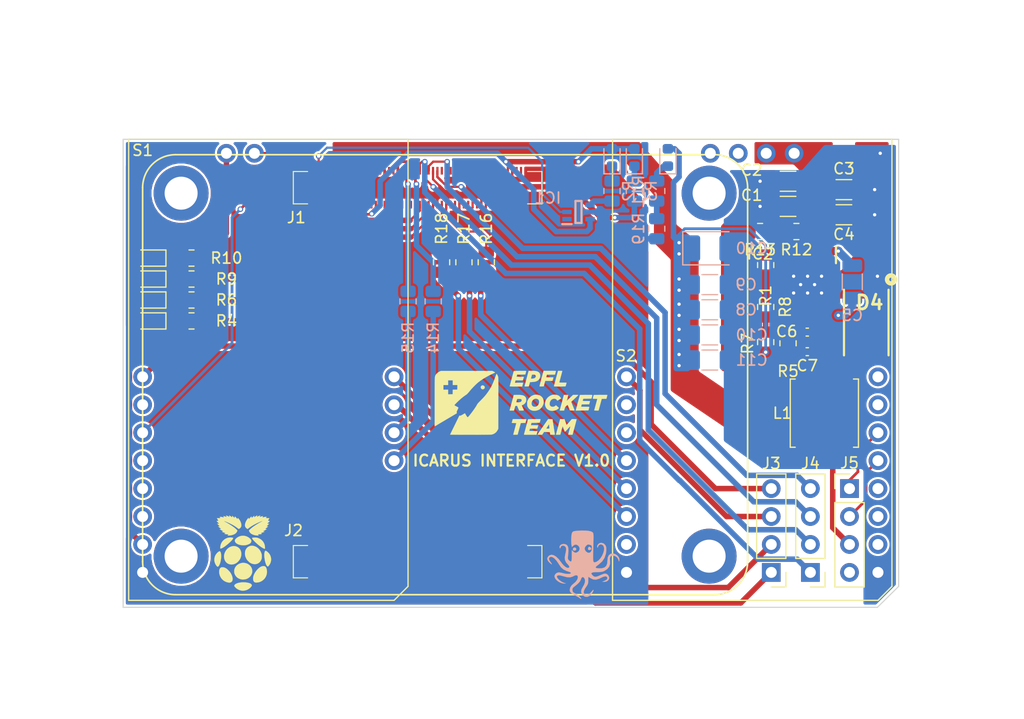
<source format=kicad_pcb>
(kicad_pcb (version 20171130) (host pcbnew "(5.1.9)-1")
  (layers (0 F.Cu signal) (31 B.Cu signal) (34 B.Paste user) (35 F.Paste user) (36 B.SilkS user) (37 F.SilkS user) (38 B.Mask user) (39 F.Mask user) (44 Edge.Cuts user))
  (net 0 "")
  (net 1 +3V3)
  (net 2 "Net-(IC1-Pad4)")
  (net 3 GND)
  (net 4 "Net-(IC2-Pad5)")
  (net 5 "Net-(IC2-Pad4)")
  (net 6 VS)
  (net 7 +5V)
  (net 8 "Net-(D1-Pad1)")
  (net 9 "Net-(D2-Pad1)")
  (net 10 "Net-(D3-Pad1)")
  (net 11 "Net-(D5-Pad1)")
  (net 12 "Net-(D6-Pad1)")
  (net 13 "Net-(D7-Pad1)")
  (net 14 /LED_ACT_n)
  (net 15 /LED_0_n)
  (net 16 /LED_1_n)
  (net 17 /LED_2_n)
  (net 18 /LED_3_n)
  (net 19 /LED_4_n)
  (net 20 /RPI_SDA1)
  (net 21 /RPI_SCL1)
  (net 22 /RPI_TXD0)
  (net 23 /RPI_RXD0)
  (net 24 /RPI_MOSI0)
  (net 25 /RPI_MISO0)
  (net 26 /RPI_SCLK0)
  (net 27 /HB_PWM4)
  (net 28 /HB_PWM2)
  (net 29 /HB_PWM1)
  (net 30 "Net-(S1-Pad7)")
  (net 31 /RPI_RUN_PG)
  (net 32 "Net-(S1-Pad5)")
  (net 33 "Net-(S1-Pad4)")
  (net 34 "Net-(S1-Pad3)")
  (net 35 /RPI_GLOBAL_EN)
  (net 36 /HB_PWM3)
  (net 37 "Net-(S2-Pad13)")
  (net 38 "Net-(S2-Pad14)")
  (net 39 "Net-(S2-Pad17)")
  (net 40 "Net-(S2-Pad18)")
  (net 41 "Net-(S2-Pad7)")
  (net 42 "Net-(S2-Pad9)")
  (net 43 "Net-(S2-Pad10)")
  (net 44 "Net-(J1-Pad100)")
  (net 45 "Net-(J1-Pad97)")
  (net 46 "Net-(J1-Pad96)")
  (net 47 /LED_PWR_n)
  (net 48 "Net-(J1-Pad94)")
  (net 49 "Net-(J1-Pad93)")
  (net 50 "Net-(J1-Pad91)")
  (net 51 "Net-(J1-Pad90)")
  (net 52 "Net-(J1-Pad89)")
  (net 53 "Net-(J1-Pad88)")
  (net 54 "Net-(J1-Pad86)")
  (net 55 "Net-(J1-Pad82)")
  (net 56 "Net-(J1-Pad80)")
  (net 57 "Net-(J1-Pad76)")
  (net 58 "Net-(J1-Pad75)")
  (net 59 "Net-(J1-Pad73)")
  (net 60 "Net-(J1-Pad72)")
  (net 61 "Net-(J1-Pad70)")
  (net 62 "Net-(J1-Pad69)")
  (net 63 "Net-(J1-Pad68)")
  (net 64 "Net-(J1-Pad67)")
  (net 65 "Net-(J1-Pad66)")
  (net 66 "Net-(J1-Pad64)")
  (net 67 "Net-(J1-Pad63)")
  (net 68 "Net-(J1-Pad62)")
  (net 69 "Net-(J1-Pad61)")
  (net 70 "Net-(J1-Pad57)")
  (net 71 "Net-(J1-Pad54)")
  (net 72 "Net-(J1-Pad39)")
  (net 73 "Net-(J1-Pad37)")
  (net 74 "Net-(J1-Pad36)")
  (net 75 "Net-(J1-Pad35)")
  (net 76 "Net-(J1-Pad34)")
  (net 77 "Net-(J1-Pad30)")
  (net 78 "Net-(J1-Pad29)")
  (net 79 "Net-(J1-Pad27)")
  (net 80 "Net-(J1-Pad25)")
  (net 81 "Net-(J1-Pad24)")
  (net 82 "Net-(J1-Pad20)")
  (net 83 "Net-(J1-Pad19)")
  (net 84 "Net-(J1-Pad18)")
  (net 85 "Net-(J1-Pad17)")
  (net 86 "Net-(J1-Pad16)")
  (net 87 "Net-(J1-Pad15)")
  (net 88 "Net-(J1-Pad12)")
  (net 89 "Net-(J1-Pad11)")
  (net 90 "Net-(J1-Pad10)")
  (net 91 "Net-(J1-Pad9)")
  (net 92 "Net-(J1-Pad8)")
  (net 93 "Net-(J1-Pad6)")
  (net 94 "Net-(J1-Pad5)")
  (net 95 "Net-(J1-Pad4)")
  (net 96 "Net-(J1-Pad3)")
  (net 97 "Net-(J2-Pad96)")
  (net 98 "Net-(J2-Pad95)")
  (net 99 "Net-(J2-Pad94)")
  (net 100 "Net-(J2-Pad93)")
  (net 101 "Net-(J2-Pad89)")
  (net 102 "Net-(J2-Pad87)")
  (net 103 "Net-(J2-Pad83)")
  (net 104 "Net-(J2-Pad81)")
  (net 105 "Net-(J2-Pad77)")
  (net 106 "Net-(J2-Pad75)")
  (net 107 "Net-(J2-Pad71)")
  (net 108 "Net-(J2-Pad69)")
  (net 109 "Net-(J2-Pad66)")
  (net 110 "Net-(J2-Pad65)")
  (net 111 "Net-(J2-Pad64)")
  (net 112 "Net-(J2-Pad63)")
  (net 113 "Net-(J2-Pad60)")
  (net 114 "Net-(J2-Pad59)")
  (net 115 "Net-(J2-Pad58)")
  (net 116 "Net-(J2-Pad57)")
  (net 117 "Net-(J2-Pad54)")
  (net 118 "Net-(J2-Pad52)")
  (net 119 "Net-(J2-Pad49)")
  (net 120 "Net-(J2-Pad48)")
  (net 121 "Net-(J2-Pad47)")
  (net 122 "Net-(J2-Pad46)")
  (net 123 "Net-(J2-Pad45)")
  (net 124 "Net-(J2-Pad43)")
  (net 125 "Net-(J2-Pad42)")
  (net 126 "Net-(J2-Pad41)")
  (net 127 "Net-(J2-Pad40)")
  (net 128 "Net-(J2-Pad39)")
  (net 129 "Net-(J2-Pad36)")
  (net 130 "Net-(J2-Pad35)")
  (net 131 "Net-(J2-Pad34)")
  (net 132 "Net-(J2-Pad33)")
  (net 133 "Net-(J2-Pad30)")
  (net 134 "Net-(J2-Pad29)")
  (net 135 "Net-(J2-Pad28)")
  (net 136 "Net-(J2-Pad27)")
  (net 137 "Net-(J2-Pad24)")
  (net 138 "Net-(J2-Pad23)")
  (net 139 "Net-(J2-Pad22)")
  (net 140 "Net-(J2-Pad21)")
  (net 141 "Net-(J2-Pad18)")
  (net 142 "Net-(J2-Pad17)")
  (net 143 "Net-(J2-Pad16)")
  (net 144 "Net-(J2-Pad15)")
  (net 145 "Net-(J2-Pad12)")
  (net 146 "Net-(J2-Pad11)")
  (net 147 "Net-(J2-Pad10)")
  (net 148 "Net-(J2-Pad9)")
  (net 149 "Net-(J2-Pad6)")
  (net 150 "Net-(J2-Pad4)")
  (net 151 "Net-(J2-Pad2)")
  (net 152 "Net-(J2-Pad1)")
  (net 153 "Net-(IC1-Pad1)")
  (net 154 "Net-(IC2-Pad3)")
  (net 155 /HB_RX)
  (net 156 /HB_TX)
  (net 157 /RPI_GP1)
  (net 158 /RPI_GP2)
  (net 159 /RPI_GP3)
  (net 160 /RPI_GP4)
  (net 161 "Net-(J1-Pad31)")
  (net 162 "Net-(J1-Pad28)")
  (net 163 "Net-(J1-Pad26)")
  (net 164 "Net-(J2-Pad100)")
  (net 165 "Net-(J2-Pad99)")
  (net 166 "Net-(J2-Pad90)")
  (net 167 "Net-(J2-Pad88)")
  (net 168 "Net-(J2-Pad84)")
  (net 169 "Net-(J2-Pad82)")
  (net 170 "Net-(J2-Pad78)")
  (net 171 "Net-(J2-Pad76)")
  (net 172 "Net-(J2-Pad72)")
  (net 173 "Net-(J2-Pad70)")
  (net 174 "Net-(J2-Pad53)")
  (net 175 "Net-(J2-Pad51)")
  (net 176 "Net-(J2-Pad5)")
  (net 177 "Net-(J2-Pad3)")
  (net 178 "Net-(C5-Pad2)")
  (net 179 "Net-(C5-Pad1)")
  (net 180 "Net-(C6-Pad1)")
  (net 181 "Net-(C7-Pad1)")
  (net 182 "Net-(D8-Pad1)")
  (net 183 /HB_TX6)
  (net 184 /HB_RX6)
  (net 185 /HB_SCLK)
  (net 186 /HB_MISO)
  (net 187 /HB_MOSI)
  (net 188 /HB_RX1)
  (net 189 /HB_TX1)
  (net 190 "Net-(S2-Pad15)")
  (net 191 "Net-(R11-Pad2)")
  (net 192 +3.3VA)
  (module icarus_interface:half_socket (layer F.Cu) (at 99.06 29.21)
    (fp_text reference S1 (at -11.43 1) (layer F.SilkS))
    (fp_text value HALF_SOCKET)
    (pad 8 thru_hole circle (at -11.43 21.59) (size 1.7 1.7) (drill 1) (layers *.Cu *.Mask) (net 27 /HB_PWM4))
    (pad 13 thru_hole circle (at 11.43 21.59) (size 1.7 1.7) (drill 1) (layers *.Cu *.Mask) (net 28 /HB_PWM2))
    (pad 14 thru_hole circle (at 11.43 24.13) (size 1.7 1.7) (drill 1) (layers *.Cu *.Mask) (net 29 /HB_PWM1))
    (pad 15 thru_hole circle (at 11.43 26.67) (size 1.7 1.7) (drill 1) (layers *.Cu *.Mask) (net 184 /HB_RX6))
    (pad 16 thru_hole circle (at 11.43 29.21) (size 1.7 1.7) (drill 1) (layers *.Cu *.Mask) (net 183 /HB_TX6))
    (pad 7 thru_hole circle (at -11.43 24.13) (size 1.7 1.7) (drill 1) (layers *.Cu *.Mask) (net 30 "Net-(S1-Pad7)"))
    (pad 6 thru_hole circle (at -11.43 26.67) (size 1.7 1.7) (drill 1) (layers *.Cu *.Mask) (net 31 /RPI_RUN_PG))
    (pad 5 thru_hole circle (at -11.43 29.21) (size 1.7 1.7) (drill 1) (layers *.Cu *.Mask) (net 32 "Net-(S1-Pad5)"))
    (pad 4 thru_hole circle (at -11.43 31.75) (size 1.7 1.7) (drill 1) (layers *.Cu *.Mask) (net 33 "Net-(S1-Pad4)"))
    (pad 3 thru_hole circle (at -11.43 34.29) (size 1.7 1.7) (drill 1) (layers *.Cu *.Mask) (net 34 "Net-(S1-Pad3)"))
    (pad 2 thru_hole circle (at -11.43 36.83) (size 1.7 1.7) (drill 1) (layers *.Cu *.Mask) (net 1 +3V3))
    (pad 1 thru_hole circle (at -11.43 39.37) (size 1.7 1.7) (drill 1) (layers *.Cu *.Mask) (net 3 GND))
    (pad 9 thru_hole circle (at -3.81 1.27) (size 1.7 1.7) (drill 1) (layers *.Cu *.Mask) (net 18 /LED_3_n))
    (pad 10 thru_hole circle (at -1.27 1.27) (size 1.7 1.7) (drill 1) (layers *.Cu *.Mask) (net 35 /RPI_GLOBAL_EN))
  )
  (module Resistor_SMD:R_0805_2012Metric (layer B.Cu) (at 134.366 37.338 270)
    (fp_text reference R19 (at 0 1.65 270) (layer B.SilkS) (effects (justify mirror)))
    (fp_text value 1k)
    (pad 2 smd roundrect (at 0.9125 0 270) (size 1.025 1.4) (layers B.Cu B.Paste B.Mask) (roundrect_rratio 0.243902) (net 3 GND))
    (pad 1 smd roundrect (at -0.9125 0 270) (size 1.025 1.4) (layers B.Cu B.Paste B.Mask) (roundrect_rratio 0.243902) (net 191 "Net-(R11-Pad2)"))
  )
  (module Resistor_SMD:R_0805_2012Metric (layer F.Cu) (at 114.808 40.386 270)
    (fp_text reference R18 (at -3.048 0 90) (layer F.SilkS))
    (fp_text value 1k)
    (pad 2 smd roundrect (at 0.9125 0 270) (size 1.025 1.4) (layers F.Cu F.Paste F.Mask) (roundrect_rratio 0.243902) (net 187 /HB_MOSI))
    (pad 1 smd roundrect (at -0.9125 0 270) (size 1.025 1.4) (layers F.Cu F.Paste F.Mask) (roundrect_rratio 0.243902) (net 24 /RPI_MOSI0))
  )
  (module Resistor_SMD:R_0805_2012Metric (layer F.Cu) (at 116.84 40.386 270)
    (fp_text reference R17 (at -3.048 0 90) (layer F.SilkS))
    (fp_text value 1k)
    (pad 2 smd roundrect (at 0.9125 0 270) (size 1.025 1.4) (layers F.Cu F.Paste F.Mask) (roundrect_rratio 0.243902) (net 186 /HB_MISO))
    (pad 1 smd roundrect (at -0.9125 0 270) (size 1.025 1.4) (layers F.Cu F.Paste F.Mask) (roundrect_rratio 0.243902) (net 25 /RPI_MISO0))
  )
  (module Resistor_SMD:R_0805_2012Metric (layer F.Cu) (at 118.872 40.386 270)
    (fp_text reference R16 (at -3.048 0 90) (layer F.SilkS))
    (fp_text value 1k)
    (pad 2 smd roundrect (at 0.9125 0 270) (size 1.025 1.4) (layers F.Cu F.Paste F.Mask) (roundrect_rratio 0.243902) (net 185 /HB_SCLK))
    (pad 1 smd roundrect (at -0.9125 0 270) (size 1.025 1.4) (layers F.Cu F.Paste F.Mask) (roundrect_rratio 0.243902) (net 26 /RPI_SCLK0))
  )
  (module Resistor_SMD:R_0805_2012Metric (layer B.Cu) (at 111.76 43.942 270)
    (fp_text reference R15 (at 3.302 0 270) (layer B.SilkS) (effects (justify mirror)))
    (fp_text value 1k)
    (pad 2 smd roundrect (at 0.9125 0 270) (size 1.025 1.4) (layers B.Cu B.Paste B.Mask) (roundrect_rratio 0.243902) (net 184 /HB_RX6))
    (pad 1 smd roundrect (at -0.9125 0 270) (size 1.025 1.4) (layers B.Cu B.Paste B.Mask) (roundrect_rratio 0.243902) (net 22 /RPI_TXD0))
  )
  (module Resistor_SMD:R_0805_2012Metric (layer B.Cu) (at 114.046 43.942 270)
    (fp_text reference R14 (at 3.302 0 270) (layer B.SilkS) (effects (justify mirror)))
    (fp_text value 1k)
    (pad 2 smd roundrect (at 0.9125 0 270) (size 1.025 1.4) (layers B.Cu B.Paste B.Mask) (roundrect_rratio 0.243902) (net 183 /HB_TX6))
    (pad 1 smd roundrect (at -0.9125 0 270) (size 1.025 1.4) (layers B.Cu B.Paste B.Mask) (roundrect_rratio 0.243902) (net 23 /RPI_RXD0))
  )
  (module Resistor_SMD:R_0805_2012Metric (layer F.Cu) (at 143.764 37.592 180)
    (fp_text reference R13 (at 0 -1.65) (layer F.SilkS))
    (fp_text value 82.5k)
    (pad 2 smd roundrect (at 0.9125 0 180) (size 1.025 1.4) (layers F.Cu F.Paste F.Mask) (roundrect_rratio 0.243902) (net 3 GND))
    (pad 1 smd roundrect (at -0.9125 0 180) (size 1.025 1.4) (layers F.Cu F.Paste F.Mask) (roundrect_rratio 0.243902) (net 154 "Net-(IC2-Pad3)"))
  )
  (module Resistor_SMD:R_0805_2012Metric (layer F.Cu) (at 147.066 37.592 180)
    (fp_text reference R12 (at 0 -1.65) (layer F.SilkS))
    (fp_text value 511k)
    (pad 2 smd roundrect (at 0.9125 0 180) (size 1.025 1.4) (layers F.Cu F.Paste F.Mask) (roundrect_rratio 0.243902) (net 154 "Net-(IC2-Pad3)"))
    (pad 1 smd roundrect (at -0.9125 0 180) (size 1.025 1.4) (layers F.Cu F.Paste F.Mask) (roundrect_rratio 0.243902) (net 6 VS))
  )
  (module icarus_interface:POWERDIODE (layer F.Cu) (at 153.416 46.863 180)
    (fp_text reference D4 (at -0.297 2.813) (layer F.SilkS) (effects (font (size 1.27 1.27) (thickness 0.254))))
    (fp_text value D hide)
    (pad 2 smd rect (at -0.92 3.982 180) (size 1.39 1.4) (layers F.Cu F.Paste F.Mask) (net 3 GND))
    (pad 2 smd rect (at 0.92 3.982 180) (size 1.39 1.4) (layers F.Cu F.Paste F.Mask) (net 3 GND))
    (pad 1 smd rect (at 0 0 180) (size 3.36 4.86) (layers F.Cu F.Paste F.Mask) (net 179 "Net-(C5-Pad1)"))
  )
  (module Capacitor_SMD:C_1206_3216Metric (layer F.Cu) (at 146.304 33.02 180)
    (fp_text reference C2 (at 3.302 1.016) (layer F.SilkS))
    (fp_text value 10u)
    (pad 2 smd roundrect (at 1.475 0 180) (size 1.15 1.8) (layers F.Cu F.Paste F.Mask) (roundrect_rratio 0.217391) (net 3 GND))
    (pad 1 smd roundrect (at -1.475 0 180) (size 1.15 1.8) (layers F.Cu F.Paste F.Mask) (roundrect_rratio 0.217391) (net 6 VS))
  )
  (module Capacitor_SMD:C_1206_3216Metric (layer F.Cu) (at 146.304 35.306 180)
    (fp_text reference C1 (at 3.302 1.016) (layer F.SilkS))
    (fp_text value 10u)
    (pad 2 smd roundrect (at 1.475 0 180) (size 1.15 1.8) (layers F.Cu F.Paste F.Mask) (roundrect_rratio 0.217391) (net 3 GND))
    (pad 1 smd roundrect (at -1.475 0 180) (size 1.15 1.8) (layers F.Cu F.Paste F.Mask) (roundrect_rratio 0.217391) (net 6 VS))
  )
  (module Capacitor_Tantalum_SMD:CP_EIA-3528-21_Kemet-B (layer B.Cu) (at 139.192 39.116)
    (fp_text reference C10 (at 3.81 0 -180) (layer B.SilkS) (effects (justify mirror)))
    (fp_text value 100u)
    (pad 2 smd roundrect (at 1.5375 0) (size 1.325 2.35) (layers B.Cu B.Paste B.Mask) (roundrect_rratio 0.188679) (net 3 GND))
    (pad 1 smd roundrect (at -1.5375 0) (size 1.325 2.35) (layers B.Cu B.Paste B.Mask) (roundrect_rratio 0.188679) (net 7 +5V))
  )
  (module Connector_PinHeader_2.54mm:PinHeader_1x04_P2.54mm_Vertical (layer F.Cu) (at 151.892 60.96)
    (fp_text reference J5 (at 0 -2.33) (layer F.SilkS))
    (fp_text value 4pin_header)
    (pad 4 thru_hole oval (at 0 7.62) (size 1.7 1.7) (drill 1) (layers *.Cu *.Mask) (net 3 GND))
    (pad 3 thru_hole oval (at 0 5.08) (size 1.7 1.7) (drill 1) (layers *.Cu *.Mask) (net 7 +5V))
    (pad 2 thru_hole oval (at 0 2.54) (size 1.7 1.7) (drill 1) (layers *.Cu *.Mask) (net 188 /HB_RX1))
    (pad 1 thru_hole rect (at 0 0) (size 1.7 1.7) (drill 1) (layers *.Cu *.Mask) (net 189 /HB_TX1))
  )
  (module Connector_PinHeader_2.54mm:PinHeader_1x04_P2.54mm_Vertical (layer F.Cu) (at 148.336 68.58 180)
    (fp_text reference J4 (at 0 9.906) (layer F.SilkS))
    (fp_text value 4pin_header)
    (pad 4 thru_hole oval (at 0 7.62 180) (size 1.7 1.7) (drill 1) (layers *.Cu *.Mask) (net 160 /RPI_GP4))
    (pad 3 thru_hole oval (at 0 5.08 180) (size 1.7 1.7) (drill 1) (layers *.Cu *.Mask) (net 159 /RPI_GP3))
    (pad 2 thru_hole oval (at 0 2.54 180) (size 1.7 1.7) (drill 1) (layers *.Cu *.Mask) (net 158 /RPI_GP2))
    (pad 1 thru_hole rect (at 0 0 180) (size 1.7 1.7) (drill 1) (layers *.Cu *.Mask) (net 157 /RPI_GP1))
  )
  (module Connector_PinHeader_2.54mm:PinHeader_1x04_P2.54mm_Vertical (layer F.Cu) (at 144.78 68.58 180)
    (fp_text reference J3 (at 0 9.906) (layer F.SilkS))
    (fp_text value 4pin_header)
    (pad 4 thru_hole oval (at 0 7.62 180) (size 1.7 1.7) (drill 1) (layers *.Cu *.Mask) (net 27 /HB_PWM4))
    (pad 3 thru_hole oval (at 0 5.08 180) (size 1.7 1.7) (drill 1) (layers *.Cu *.Mask) (net 36 /HB_PWM3))
    (pad 2 thru_hole oval (at 0 2.54 180) (size 1.7 1.7) (drill 1) (layers *.Cu *.Mask) (net 28 /HB_PWM2))
    (pad 1 thru_hole rect (at 0 0 180) (size 1.7 1.7) (drill 1) (layers *.Cu *.Mask) (net 29 /HB_PWM1))
  )
  (module Resistor_SMD:R_0805_2012Metric (layer B.Cu) (at 134.366 33.909 270)
    (fp_text reference R11 (at 0 1.65 270) (layer B.SilkS) (effects (justify mirror)))
    (fp_text value 1k)
    (pad 2 smd roundrect (at 0.9125 0 270) (size 1.025 1.4) (layers B.Cu B.Paste B.Mask) (roundrect_rratio 0.243902) (net 191 "Net-(R11-Pad2)"))
    (pad 1 smd roundrect (at -0.9125 0 270) (size 1.025 1.4) (layers B.Cu B.Paste B.Mask) (roundrect_rratio 0.243902) (net 182 "Net-(D8-Pad1)"))
  )
  (module LED_SMD:LED_0603_1608Metric (layer B.Cu) (at 135.382 30.861 90)
    (fp_text reference D8 hide)
    (fp_text value LED)
    (pad 2 smd roundrect (at 0.7875 0 90) (size 0.875 0.95) (layers B.Cu B.Paste B.Mask) (net 7 +5V))
    (pad 1 smd roundrect (at -0.7875 0 90) (size 0.875 0.95) (layers B.Cu B.Paste B.Mask) (net 182 "Net-(D8-Pad1)"))
  )
  (module Capacitor_SMD:C_1206_3216Metric (layer F.Cu) (at 151.384 33.782)
    (fp_text reference C3 (at 0 -1.905) (layer F.SilkS))
    (fp_text value 10u)
    (pad 2 smd roundrect (at 1.475 0) (size 1.15 1.8) (layers F.Cu F.Paste F.Mask) (roundrect_rratio 0.217391) (net 3 GND))
    (pad 1 smd roundrect (at -1.475 0) (size 1.15 1.8) (layers F.Cu F.Paste F.Mask) (roundrect_rratio 0.217391) (net 6 VS))
  )
  (module Capacitor_SMD:C_1206_3216Metric (layer F.Cu) (at 151.384 36.068)
    (fp_text reference C4 (at 0 1.778) (layer F.SilkS))
    (fp_text value 10u)
    (pad 2 smd roundrect (at 1.475 0) (size 1.15 1.8) (layers F.Cu F.Paste F.Mask) (roundrect_rratio 0.217391) (net 3 GND))
    (pad 1 smd roundrect (at -1.475 0) (size 1.15 1.8) (layers F.Cu F.Paste F.Mask) (roundrect_rratio 0.217391) (net 6 VS))
  )
  (module icarus_interface:Socket (layer F.Cu) (at 143.05 29.21)
    (fp_text reference S2 (at -11.478 19.685) (layer F.SilkS))
    (fp_text value SOCKET)
    (pad 8 thru_hole circle (at -11.43 21.59) (size 1.7 1.7) (drill 1) (layers *.Cu *.Mask) (net 36 /HB_PWM3))
    (pad 13 thru_hole circle (at 11.43 21.59) (size 1.7 1.7) (drill 1) (layers *.Cu *.Mask) (net 37 "Net-(S2-Pad13)"))
    (pad 14 thru_hole circle (at 11.43 24.13) (size 1.7 1.7) (drill 1) (layers *.Cu *.Mask) (net 38 "Net-(S2-Pad14)"))
    (pad 15 thru_hole circle (at 11.43 26.67) (size 1.7 1.7) (drill 1) (layers *.Cu *.Mask) (net 190 "Net-(S2-Pad15)"))
    (pad 16 thru_hole circle (at 11.43 29.21) (size 1.7 1.7) (drill 1) (layers *.Cu *.Mask) (net 189 /HB_TX1))
    (pad 17 thru_hole circle (at 11.43 31.75) (size 1.7 1.7) (drill 1) (layers *.Cu *.Mask) (net 39 "Net-(S2-Pad17)"))
    (pad 18 thru_hole circle (at 11.43 34.29) (size 1.7 1.7) (drill 1) (layers *.Cu *.Mask) (net 40 "Net-(S2-Pad18)"))
    (pad 19 thru_hole circle (at 11.43 36.83) (size 1.7 1.7) (drill 1) (layers *.Cu *.Mask) (net 1 +3V3))
    (pad 20 thru_hole circle (at 11.43 39.37) (size 1.7 1.7) (drill 1) (layers *.Cu *.Mask) (net 3 GND))
    (pad 7 thru_hole circle (at -11.43 24.13) (size 1.7 1.7) (drill 1) (layers *.Cu *.Mask) (net 41 "Net-(S2-Pad7)"))
    (pad 6 thru_hole circle (at -11.43 26.67) (size 1.7 1.7) (drill 1) (layers *.Cu *.Mask) (net 19 /LED_4_n))
    (pad 5 thru_hole circle (at -11.43 29.21) (size 1.7 1.7) (drill 1) (layers *.Cu *.Mask) (net 185 /HB_SCLK))
    (pad 4 thru_hole circle (at -11.43 31.75) (size 1.7 1.7) (drill 1) (layers *.Cu *.Mask) (net 186 /HB_MISO))
    (pad 3 thru_hole circle (at -11.43 34.29) (size 1.7 1.7) (drill 1) (layers *.Cu *.Mask) (net 187 /HB_MOSI))
    (pad 2 thru_hole circle (at -11.43 36.83) (size 1.7 1.7) (drill 1) (layers *.Cu *.Mask) (net 1 +3V3))
    (pad 1 thru_hole circle (at -11.43 39.37) (size 1.7 1.7) (drill 1) (layers *.Cu *.Mask) (net 3 GND))
    (pad 12 thru_hole circle (at 3.81 1.27) (size 1.7 1.7) (drill 1) (layers *.Cu *.Mask) (net 6 VS))
    (pad 11 thru_hole circle (at 1.27 1.27) (size 1.7 1.7) (drill 1) (layers *.Cu *.Mask) (net 6 VS))
    (pad 9 thru_hole circle (at -3.81 1.27) (size 1.7 1.7) (drill 1) (layers *.Cu *.Mask) (net 42 "Net-(S2-Pad9)"))
    (pad 10 thru_hole circle (at -1.27 1.27) (size 1.7 1.7) (drill 1) (layers *.Cu *.Mask) (net 43 "Net-(S2-Pad10)"))
  )
  (module pegasus_interface:kraken (layer B.Cu) (at 127.508 68.072 180)
    (fp_text reference G*** hide)
    (fp_text value LOGO hide)
  )
  (module pegasus_interface:RPI (layer F.Cu) (at 96.774 66.802)
    (fp_text reference G*** hide)
    (fp_text value LOGO hide)
  )
  (module pegasus_interface:ERT (layer F.Cu) (at 121.92 53.086)
    (fp_text reference G*** hide)
    (fp_text value LOGO hide)
  )
  (module Capacitor_SMD:C_1206_3216Metric (layer B.Cu) (at 139.192 49.276)
    (fp_text reference C11 (at 3.81 0) (layer B.SilkS) (effects (justify mirror)))
    (fp_text value 10u)
    (pad 2 smd roundrect (at 1.475 0) (size 1.15 1.8) (layers B.Cu B.Paste B.Mask) (roundrect_rratio 0.217391) (net 3 GND))
    (pad 1 smd roundrect (at -1.475 0) (size 1.15 1.8) (layers B.Cu B.Paste B.Mask) (roundrect_rratio 0.217391) (net 7 +5V))
  )
  (module Capacitor_SMD:C_1206_3216Metric (layer B.Cu) (at 139.192 46.99)
    (fp_text reference C10 (at 3.81 0) (layer B.SilkS) (effects (justify mirror)))
    (fp_text value 10u)
    (pad 2 smd roundrect (at 1.475 0) (size 1.15 1.8) (layers B.Cu B.Paste B.Mask) (roundrect_rratio 0.217391) (net 3 GND))
    (pad 1 smd roundrect (at -1.475 0) (size 1.15 1.8) (layers B.Cu B.Paste B.Mask) (roundrect_rratio 0.217391) (net 7 +5V))
  )
  (module Capacitor_SMD:C_1206_3216Metric (layer B.Cu) (at 139.192 44.704)
    (fp_text reference C8 (at 3.302 0) (layer B.SilkS) (effects (justify mirror)))
    (fp_text value 10u)
    (pad 2 smd roundrect (at 1.475 0) (size 1.15 1.8) (layers B.Cu B.Paste B.Mask) (roundrect_rratio 0.217391) (net 3 GND))
    (pad 1 smd roundrect (at -1.475 0) (size 1.15 1.8) (layers B.Cu B.Paste B.Mask) (roundrect_rratio 0.217391) (net 7 +5V))
  )
  (module Resistor_SMD:R_0805_2012Metric (layer F.Cu) (at 144.272 44.45 90)
    (fp_text reference R8 (at 0 1.778 90) (layer F.SilkS))
    (fp_text value 10.2k)
    (pad 2 smd roundrect (at 0.9125 0 90) (size 1.025 1.4) (layers F.Cu F.Paste F.Mask) (roundrect_rratio 0.243902) (net 3 GND))
    (pad 1 smd roundrect (at -0.9125 0 90) (size 1.025 1.4) (layers F.Cu F.Paste F.Mask) (roundrect_rratio 0.243902) (net 4 "Net-(IC2-Pad5)"))
  )
  (module Resistor_SMD:R_0805_2012Metric (layer F.Cu) (at 144.272 47.6485 90)
    (fp_text reference R7 (at -0.127 -1.651 90) (layer F.SilkS))
    (fp_text value 53.6k)
    (pad 2 smd roundrect (at 0.9125 0 90) (size 1.025 1.4) (layers F.Cu F.Paste F.Mask) (roundrect_rratio 0.243902) (net 4 "Net-(IC2-Pad5)"))
    (pad 1 smd roundrect (at -0.9125 0 90) (size 1.025 1.4) (layers F.Cu F.Paste F.Mask) (roundrect_rratio 0.243902) (net 7 +5V))
  )
  (module Resistor_SMD:R_0805_2012Metric (layer F.Cu) (at 146.304 47.752 270)
    (fp_text reference R5 (at 2.54 0 180) (layer F.SilkS))
    (fp_text value 13.3k)
    (pad 2 smd roundrect (at 0.9125 0 270) (size 1.025 1.4) (layers F.Cu F.Paste F.Mask) (roundrect_rratio 0.243902) (net 181 "Net-(C7-Pad1)"))
    (pad 1 smd roundrect (at -0.9125 0 270) (size 1.025 1.4) (layers F.Cu F.Paste F.Mask) (roundrect_rratio 0.243902) (net 180 "Net-(C6-Pad1)"))
  )
  (module Resistor_SMD:R_0805_2012Metric (layer F.Cu) (at 144.272 40.64 270)
    (fp_text reference R1 (at 2.794 0 90) (layer F.SilkS))
    (fp_text value 160k)
    (pad 2 smd roundrect (at 0.9125 0 270) (size 1.025 1.4) (layers F.Cu F.Paste F.Mask) (roundrect_rratio 0.243902) (net 3 GND))
    (pad 1 smd roundrect (at -0.9125 0 270) (size 1.025 1.4) (layers F.Cu F.Paste F.Mask) (roundrect_rratio 0.243902) (net 5 "Net-(IC2-Pad4)"))
  )
  (module Resistor_SMD:R_0805_2012Metric (layer F.Cu) (at 92.075 40.005)
    (fp_text reference R10 (at 3.175 0) (layer F.SilkS))
    (fp_text value 1k)
    (pad 2 smd roundrect (at 0.9125 0) (size 1.025 1.4) (layers F.Cu F.Paste F.Mask) (roundrect_rratio 0.243902) (net 18 /LED_3_n))
    (pad 1 smd roundrect (at -0.9125 0) (size 1.025 1.4) (layers F.Cu F.Paste F.Mask) (roundrect_rratio 0.243902) (net 13 "Net-(D7-Pad1)"))
  )
  (module Resistor_SMD:R_0805_2012Metric (layer F.Cu) (at 92.075 41.91)
    (fp_text reference R9 (at 3.175 0) (layer F.SilkS))
    (fp_text value 1k)
    (pad 2 smd roundrect (at 0.9125 0) (size 1.025 1.4) (layers F.Cu F.Paste F.Mask) (roundrect_rratio 0.243902) (net 17 /LED_2_n))
    (pad 1 smd roundrect (at -0.9125 0) (size 1.025 1.4) (layers F.Cu F.Paste F.Mask) (roundrect_rratio 0.243902) (net 12 "Net-(D6-Pad1)"))
  )
  (module Resistor_SMD:R_0805_2012Metric (layer F.Cu) (at 92.075 43.815)
    (fp_text reference R6 (at 3.175 0) (layer F.SilkS))
    (fp_text value 1k)
    (pad 2 smd roundrect (at 0.9125 0) (size 1.025 1.4) (layers F.Cu F.Paste F.Mask) (roundrect_rratio 0.243902) (net 16 /LED_1_n))
    (pad 1 smd roundrect (at -0.9125 0) (size 1.025 1.4) (layers F.Cu F.Paste F.Mask) (roundrect_rratio 0.243902) (net 11 "Net-(D5-Pad1)"))
  )
  (module Resistor_SMD:R_0805_2012Metric (layer F.Cu) (at 92.075 45.72)
    (fp_text reference R4 (at 3.175 0) (layer F.SilkS))
    (fp_text value 1k)
    (pad 2 smd roundrect (at 0.9125 0) (size 1.025 1.4) (layers F.Cu F.Paste F.Mask) (roundrect_rratio 0.243902) (net 15 /LED_0_n))
    (pad 1 smd roundrect (at -0.9125 0) (size 1.025 1.4) (layers F.Cu F.Paste F.Mask) (roundrect_rratio 0.243902) (net 10 "Net-(D3-Pad1)"))
  )
  (module Resistor_SMD:R_0805_2012Metric (layer B.Cu) (at 132.334 33.909 270)
    (fp_text reference R3 (at 0 -1.524 270) (layer B.SilkS) (effects (justify mirror)))
    (fp_text value 1k)
    (pad 2 smd roundrect (at 0.9125 0 270) (size 1.025 1.4) (layers B.Cu B.Paste B.Mask) (roundrect_rratio 0.243902) (net 14 /LED_ACT_n))
    (pad 1 smd roundrect (at -0.9125 0 270) (size 1.025 1.4) (layers B.Cu B.Paste B.Mask) (roundrect_rratio 0.243902) (net 9 "Net-(D2-Pad1)"))
  )
  (module Resistor_SMD:R_0805_2012Metric (layer B.Cu) (at 130.302 33.909 270)
    (fp_text reference R2 (at 0 -1.524 270) (layer B.SilkS) (effects (justify mirror)))
    (fp_text value 1k)
    (pad 2 smd roundrect (at 0.9125 0 270) (size 1.025 1.4) (layers B.Cu B.Paste B.Mask) (roundrect_rratio 0.243902) (net 2 "Net-(IC1-Pad4)"))
    (pad 1 smd roundrect (at -0.9125 0 270) (size 1.025 1.4) (layers B.Cu B.Paste B.Mask) (roundrect_rratio 0.243902) (net 8 "Net-(D1-Pad1)"))
  )
  (module Inductor_SMD:L_Bourns_SRN6045TA (layer F.Cu) (at 149.606 54.102 270)
    (fp_text reference L1 (at 0 3.81 180) (layer F.SilkS))
    (fp_text value 4.7u)
    (pad 2 smd rect (at 2.075 0 270) (size 2.35 5.1) (layers F.Cu F.Paste F.Mask) (net 7 +5V))
    (pad 1 smd rect (at -2.075 0 270) (size 2.35 5.1) (layers F.Cu F.Paste F.Mask) (net 179 "Net-(C5-Pad1)"))
  )
  (module pegasus_interface:DF40HC30100DS04V51 (layer F.Cu) (at 112.63 67.606 180)
    (fp_text reference J2 (at 11.284 2.836) (layer F.SilkS))
    (fp_text value MEZZANINE hide)
    (pad 100 smd rect (at 9.8 -1.54 180) (size 0.2 0.7) (layers F.Cu F.Paste F.Mask) (net 164 "Net-(J2-Pad100)"))
    (pad 99 smd rect (at 9.8 1.54 180) (size 0.2 0.7) (layers F.Cu F.Paste F.Mask) (net 165 "Net-(J2-Pad99)"))
    (pad 98 smd rect (at 9.4 -1.54 180) (size 0.2 0.7) (layers F.Cu F.Paste F.Mask) (net 3 GND))
    (pad 97 smd rect (at 9.4 1.54 180) (size 0.2 0.7) (layers F.Cu F.Paste F.Mask) (net 3 GND))
    (pad 96 smd rect (at 9 -1.54 180) (size 0.2 0.7) (layers F.Cu F.Paste F.Mask) (net 97 "Net-(J2-Pad96)"))
    (pad 95 smd rect (at 9 1.54 180) (size 0.2 0.7) (layers F.Cu F.Paste F.Mask) (net 98 "Net-(J2-Pad95)"))
    (pad 94 smd rect (at 8.6 -1.54 180) (size 0.2 0.7) (layers F.Cu F.Paste F.Mask) (net 99 "Net-(J2-Pad94)"))
    (pad 93 smd rect (at 8.6 1.54 180) (size 0.2 0.7) (layers F.Cu F.Paste F.Mask) (net 100 "Net-(J2-Pad93)"))
    (pad 92 smd rect (at 8.2 -1.54 180) (size 0.2 0.7) (layers F.Cu F.Paste F.Mask) (net 3 GND))
    (pad 91 smd rect (at 8.2 1.54 180) (size 0.2 0.7) (layers F.Cu F.Paste F.Mask) (net 3 GND))
    (pad 90 smd rect (at 7.8 -1.54 180) (size 0.2 0.7) (layers F.Cu F.Paste F.Mask) (net 166 "Net-(J2-Pad90)"))
    (pad 89 smd rect (at 7.8 1.54 180) (size 0.2 0.7) (layers F.Cu F.Paste F.Mask) (net 101 "Net-(J2-Pad89)"))
    (pad 88 smd rect (at 7.4 -1.54 180) (size 0.2 0.7) (layers F.Cu F.Paste F.Mask) (net 167 "Net-(J2-Pad88)"))
    (pad 87 smd rect (at 7.4 1.54 180) (size 0.2 0.7) (layers F.Cu F.Paste F.Mask) (net 102 "Net-(J2-Pad87)"))
    (pad 86 smd rect (at 7 -1.54 180) (size 0.2 0.7) (layers F.Cu F.Paste F.Mask) (net 3 GND))
    (pad 85 smd rect (at 7 1.54 180) (size 0.2 0.7) (layers F.Cu F.Paste F.Mask) (net 3 GND))
    (pad 84 smd rect (at 6.6 -1.54 180) (size 0.2 0.7) (layers F.Cu F.Paste F.Mask) (net 168 "Net-(J2-Pad84)"))
    (pad 83 smd rect (at 6.6 1.54 180) (size 0.2 0.7) (layers F.Cu F.Paste F.Mask) (net 103 "Net-(J2-Pad83)"))
    (pad 82 smd rect (at 6.2 -1.54 180) (size 0.2 0.7) (layers F.Cu F.Paste F.Mask) (net 169 "Net-(J2-Pad82)"))
    (pad 81 smd rect (at 6.2 1.54 180) (size 0.2 0.7) (layers F.Cu F.Paste F.Mask) (net 104 "Net-(J2-Pad81)"))
    (pad 80 smd rect (at 5.8 -1.54 180) (size 0.2 0.7) (layers F.Cu F.Paste F.Mask) (net 3 GND))
    (pad 79 smd rect (at 5.8 1.54 180) (size 0.2 0.7) (layers F.Cu F.Paste F.Mask) (net 3 GND))
    (pad 78 smd rect (at 5.4 -1.54 180) (size 0.2 0.7) (layers F.Cu F.Paste F.Mask) (net 170 "Net-(J2-Pad78)"))
    (pad 77 smd rect (at 5.4 1.54 180) (size 0.2 0.7) (layers F.Cu F.Paste F.Mask) (net 105 "Net-(J2-Pad77)"))
    (pad 76 smd rect (at 5 -1.54 180) (size 0.2 0.7) (layers F.Cu F.Paste F.Mask) (net 171 "Net-(J2-Pad76)"))
    (pad 75 smd rect (at 5 1.54 180) (size 0.2 0.7) (layers F.Cu F.Paste F.Mask) (net 106 "Net-(J2-Pad75)"))
    (pad 74 smd rect (at 4.6 -1.54 180) (size 0.2 0.7) (layers F.Cu F.Paste F.Mask) (net 3 GND))
    (pad 73 smd rect (at 4.6 1.54 180) (size 0.2 0.7) (layers F.Cu F.Paste F.Mask) (net 3 GND))
    (pad 72 smd rect (at 4.2 -1.54 180) (size 0.2 0.7) (layers F.Cu F.Paste F.Mask) (net 172 "Net-(J2-Pad72)"))
    (pad 71 smd rect (at 4.2 1.54 180) (size 0.2 0.7) (layers F.Cu F.Paste F.Mask) (net 107 "Net-(J2-Pad71)"))
    (pad 70 smd rect (at 3.8 -1.54 180) (size 0.2 0.7) (layers F.Cu F.Paste F.Mask) (net 173 "Net-(J2-Pad70)"))
    (pad 69 smd rect (at 3.8 1.54 180) (size 0.2 0.7) (layers F.Cu F.Paste F.Mask) (net 108 "Net-(J2-Pad69)"))
    (pad 68 smd rect (at 3.4 -1.54 180) (size 0.2 0.7) (layers F.Cu F.Paste F.Mask) (net 3 GND))
    (pad 67 smd rect (at 3.4 1.54 180) (size 0.2 0.7) (layers F.Cu F.Paste F.Mask) (net 3 GND))
    (pad 66 smd rect (at 3 -1.54 180) (size 0.2 0.7) (layers F.Cu F.Paste F.Mask) (net 109 "Net-(J2-Pad66)"))
    (pad 65 smd rect (at 3 1.54 180) (size 0.2 0.7) (layers F.Cu F.Paste F.Mask) (net 110 "Net-(J2-Pad65)"))
    (pad 64 smd rect (at 2.6 -1.54 180) (size 0.2 0.7) (layers F.Cu F.Paste F.Mask) (net 111 "Net-(J2-Pad64)"))
    (pad 63 smd rect (at 2.6 1.54 180) (size 0.2 0.7) (layers F.Cu F.Paste F.Mask) (net 112 "Net-(J2-Pad63)"))
    (pad 62 smd rect (at 2.2 -1.54 180) (size 0.2 0.7) (layers F.Cu F.Paste F.Mask) (net 3 GND))
    (pad 61 smd rect (at 2.2 1.54 180) (size 0.2 0.7) (layers F.Cu F.Paste F.Mask) (net 3 GND))
    (pad 60 smd rect (at 1.8 -1.54 180) (size 0.2 0.7) (layers F.Cu F.Paste F.Mask) (net 113 "Net-(J2-Pad60)"))
    (pad 59 smd rect (at 1.8 1.54 180) (size 0.2 0.7) (layers F.Cu F.Paste F.Mask) (net 114 "Net-(J2-Pad59)"))
    (pad 58 smd rect (at 1.4 -1.54 180) (size 0.2 0.7) (layers F.Cu F.Paste F.Mask) (net 115 "Net-(J2-Pad58)"))
    (pad 57 smd rect (at 1.4 1.54 180) (size 0.2 0.7) (layers F.Cu F.Paste F.Mask) (net 116 "Net-(J2-Pad57)"))
    (pad 56 smd rect (at 1 -1.54 180) (size 0.2 0.7) (layers F.Cu F.Paste F.Mask) (net 3 GND))
    (pad 55 smd rect (at 1 1.54 180) (size 0.2 0.7) (layers F.Cu F.Paste F.Mask) (net 3 GND))
    (pad 54 smd rect (at 0.6 -1.54 180) (size 0.2 0.7) (layers F.Cu F.Paste F.Mask) (net 117 "Net-(J2-Pad54)"))
    (pad 53 smd rect (at 0.6 1.54 180) (size 0.2 0.7) (layers F.Cu F.Paste F.Mask) (net 174 "Net-(J2-Pad53)"))
    (pad 52 smd rect (at 0.2 -1.54 180) (size 0.2 0.7) (layers F.Cu F.Paste F.Mask) (net 118 "Net-(J2-Pad52)"))
    (pad 51 smd rect (at 0.2 1.54 180) (size 0.2 0.7) (layers F.Cu F.Paste F.Mask) (net 175 "Net-(J2-Pad51)"))
    (pad 50 smd rect (at -0.2 -1.54 180) (size 0.2 0.7) (layers F.Cu F.Paste F.Mask) (net 3 GND))
    (pad 49 smd rect (at -0.2 1.54 180) (size 0.2 0.7) (layers F.Cu F.Paste F.Mask) (net 119 "Net-(J2-Pad49)"))
    (pad 48 smd rect (at -0.6 -1.54 180) (size 0.2 0.7) (layers F.Cu F.Paste F.Mask) (net 120 "Net-(J2-Pad48)"))
    (pad 47 smd rect (at -0.6 1.54 180) (size 0.2 0.7) (layers F.Cu F.Paste F.Mask) (net 121 "Net-(J2-Pad47)"))
    (pad 46 smd rect (at -1 -1.54 180) (size 0.2 0.7) (layers F.Cu F.Paste F.Mask) (net 122 "Net-(J2-Pad46)"))
    (pad 45 smd rect (at -1 1.54 180) (size 0.2 0.7) (layers F.Cu F.Paste F.Mask) (net 123 "Net-(J2-Pad45)"))
    (pad 44 smd rect (at -1.4 -1.54 180) (size 0.2 0.7) (layers F.Cu F.Paste F.Mask) (net 3 GND))
    (pad 43 smd rect (at -1.4 1.54 180) (size 0.2 0.7) (layers F.Cu F.Paste F.Mask) (net 124 "Net-(J2-Pad43)"))
    (pad 42 smd rect (at -1.8 -1.54 180) (size 0.2 0.7) (layers F.Cu F.Paste F.Mask) (net 125 "Net-(J2-Pad42)"))
    (pad 41 smd rect (at -1.8 1.54 180) (size 0.2 0.7) (layers F.Cu F.Paste F.Mask) (net 126 "Net-(J2-Pad41)"))
    (pad 40 smd rect (at -2.2 -1.54 180) (size 0.2 0.7) (layers F.Cu F.Paste F.Mask) (net 127 "Net-(J2-Pad40)"))
    (pad 39 smd rect (at -2.2 1.54 180) (size 0.2 0.7) (layers F.Cu F.Paste F.Mask) (net 128 "Net-(J2-Pad39)"))
    (pad 38 smd rect (at -2.6 -1.54 180) (size 0.2 0.7) (layers F.Cu F.Paste F.Mask) (net 3 GND))
    (pad 37 smd rect (at -2.6 1.54 180) (size 0.2 0.7) (layers F.Cu F.Paste F.Mask) (net 3 GND))
    (pad 36 smd rect (at -3 -1.54 180) (size 0.2 0.7) (layers F.Cu F.Paste F.Mask) (net 129 "Net-(J2-Pad36)"))
    (pad 35 smd rect (at -3 1.54 180) (size 0.2 0.7) (layers F.Cu F.Paste F.Mask) (net 130 "Net-(J2-Pad35)"))
    (pad 34 smd rect (at -3.4 -1.54 180) (size 0.2 0.7) (layers F.Cu F.Paste F.Mask) (net 131 "Net-(J2-Pad34)"))
    (pad 33 smd rect (at -3.4 1.54 180) (size 0.2 0.7) (layers F.Cu F.Paste F.Mask) (net 132 "Net-(J2-Pad33)"))
    (pad 32 smd rect (at -3.8 -1.54 180) (size 0.2 0.7) (layers F.Cu F.Paste F.Mask) (net 3 GND))
    (pad 31 smd rect (at -3.8 1.54 180) (size 0.2 0.7) (layers F.Cu F.Paste F.Mask) (net 3 GND))
    (pad 30 smd rect (at -4.2 -1.54 180) (size 0.2 0.7) (layers F.Cu F.Paste F.Mask) (net 133 "Net-(J2-Pad30)"))
    (pad 29 smd rect (at -4.2 1.54 180) (size 0.2 0.7) (layers F.Cu F.Paste F.Mask) (net 134 "Net-(J2-Pad29)"))
    (pad 28 smd rect (at -4.6 -1.54 180) (size 0.2 0.7) (layers F.Cu F.Paste F.Mask) (net 135 "Net-(J2-Pad28)"))
    (pad 27 smd rect (at -4.6 1.54 180) (size 0.2 0.7) (layers F.Cu F.Paste F.Mask) (net 136 "Net-(J2-Pad27)"))
    (pad 26 smd rect (at -5 -1.54 180) (size 0.2 0.7) (layers F.Cu F.Paste F.Mask) (net 3 GND))
    (pad 25 smd rect (at -5 1.54 180) (size 0.2 0.7) (layers F.Cu F.Paste F.Mask) (net 3 GND))
    (pad 24 smd rect (at -5.4 -1.54 180) (size 0.2 0.7) (layers F.Cu F.Paste F.Mask) (net 137 "Net-(J2-Pad24)"))
    (pad 23 smd rect (at -5.4 1.54 180) (size 0.2 0.7) (layers F.Cu F.Paste F.Mask) (net 138 "Net-(J2-Pad23)"))
    (pad 22 smd rect (at -5.8 -1.54 180) (size 0.2 0.7) (layers F.Cu F.Paste F.Mask) (net 139 "Net-(J2-Pad22)"))
    (pad 21 smd rect (at -5.8 1.54 180) (size 0.2 0.7) (layers F.Cu F.Paste F.Mask) (net 140 "Net-(J2-Pad21)"))
    (pad 20 smd rect (at -6.2 -1.54 180) (size 0.2 0.7) (layers F.Cu F.Paste F.Mask) (net 3 GND))
    (pad 19 smd rect (at -6.2 1.54 180) (size 0.2 0.7) (layers F.Cu F.Paste F.Mask) (net 3 GND))
    (pad 18 smd rect (at -6.6 -1.54 180) (size 0.2 0.7) (layers F.Cu F.Paste F.Mask) (net 141 "Net-(J2-Pad18)"))
    (pad 17 smd rect (at -6.6 1.54 180) (size 0.2 0.7) (layers F.Cu F.Paste F.Mask) (net 142 "Net-(J2-Pad17)"))
    (pad 16 smd rect (at -7 -1.54 180) (size 0.2 0.7) (layers F.Cu F.Paste F.Mask) (net 143 "Net-(J2-Pad16)"))
    (pad 15 smd rect (at -7 1.54 180) (size 0.2 0.7) (layers F.Cu F.Paste F.Mask) (net 144 "Net-(J2-Pad15)"))
    (pad 14 smd rect (at -7.4 -1.54 180) (size 0.2 0.7) (layers F.Cu F.Paste F.Mask) (net 3 GND))
    (pad 13 smd rect (at -7.4 1.54 180) (size 0.2 0.7) (layers F.Cu F.Paste F.Mask) (net 3 GND))
    (pad 12 smd rect (at -7.8 -1.54 180) (size 0.2 0.7) (layers F.Cu F.Paste F.Mask) (net 145 "Net-(J2-Pad12)"))
    (pad 11 smd rect (at -7.8 1.54 180) (size 0.2 0.7) (layers F.Cu F.Paste F.Mask) (net 146 "Net-(J2-Pad11)"))
    (pad 10 smd rect (at -8.2 -1.54 180) (size 0.2 0.7) (layers F.Cu F.Paste F.Mask) (net 147 "Net-(J2-Pad10)"))
    (pad 9 smd rect (at -8.2 1.54 180) (size 0.2 0.7) (layers F.Cu F.Paste F.Mask) (net 148 "Net-(J2-Pad9)"))
    (pad 8 smd rect (at -8.6 -1.54 180) (size 0.2 0.7) (layers F.Cu F.Paste F.Mask) (net 3 GND))
    (pad 7 smd rect (at -8.6 1.54 180) (size 0.2 0.7) (layers F.Cu F.Paste F.Mask) (net 3 GND))
    (pad 6 smd rect (at -9 -1.54 180) (size 0.2 0.7) (layers F.Cu F.Paste F.Mask) (net 149 "Net-(J2-Pad6)"))
    (pad 5 smd rect (at -9 1.54 180) (size 0.2 0.7) (layers F.Cu F.Paste F.Mask) (net 176 "Net-(J2-Pad5)"))
    (pad 4 smd rect (at -9.4 -1.54 180) (size 0.2 0.7) (layers F.Cu F.Paste F.Mask) (net 150 "Net-(J2-Pad4)"))
    (pad 3 smd rect (at -9.4 1.54 180) (size 0.2 0.7) (layers F.Cu F.Paste F.Mask) (net 177 "Net-(J2-Pad3)"))
    (pad 2 smd rect (at -9.8 -1.54 180) (size 0.2 0.7) (layers F.Cu F.Paste F.Mask) (net 151 "Net-(J2-Pad2)"))
    (pad 1 smd rect (at -9.8 1.54 180) (size 0.2 0.7) (layers F.Cu F.Paste F.Mask) (net 152 "Net-(J2-Pad1)"))
  )
  (module pegasus_interface:DF40HC30100DS04V51 (layer F.Cu) (at 112.63 33.606 180)
    (fp_text reference J1 (at 11.03 -2.716) (layer F.SilkS))
    (fp_text value MEZZANINE hide)
    (pad 100 smd rect (at 9.8 -1.54 180) (size 0.2 0.7) (layers F.Cu F.Paste F.Mask) (net 44 "Net-(J1-Pad100)"))
    (pad 99 smd rect (at 9.8 1.54 180) (size 0.2 0.7) (layers F.Cu F.Paste F.Mask) (net 35 /RPI_GLOBAL_EN))
    (pad 98 smd rect (at 9.4 -1.54 180) (size 0.2 0.7) (layers F.Cu F.Paste F.Mask) (net 3 GND))
    (pad 97 smd rect (at 9.4 1.54 180) (size 0.2 0.7) (layers F.Cu F.Paste F.Mask) (net 45 "Net-(J1-Pad97)"))
    (pad 96 smd rect (at 9 -1.54 180) (size 0.2 0.7) (layers F.Cu F.Paste F.Mask) (net 46 "Net-(J1-Pad96)"))
    (pad 95 smd rect (at 9 1.54 180) (size 0.2 0.7) (layers F.Cu F.Paste F.Mask) (net 47 /LED_PWR_n))
    (pad 94 smd rect (at 8.6 -1.54 180) (size 0.2 0.7) (layers F.Cu F.Paste F.Mask) (net 48 "Net-(J1-Pad94)"))
    (pad 93 smd rect (at 8.6 1.54 180) (size 0.2 0.7) (layers F.Cu F.Paste F.Mask) (net 49 "Net-(J1-Pad93)"))
    (pad 92 smd rect (at 8.2 -1.54 180) (size 0.2 0.7) (layers F.Cu F.Paste F.Mask) (net 31 /RPI_RUN_PG))
    (pad 91 smd rect (at 8.2 1.54 180) (size 0.2 0.7) (layers F.Cu F.Paste F.Mask) (net 50 "Net-(J1-Pad91)"))
    (pad 90 smd rect (at 7.8 -1.54 180) (size 0.2 0.7) (layers F.Cu F.Paste F.Mask) (net 51 "Net-(J1-Pad90)"))
    (pad 89 smd rect (at 7.8 1.54 180) (size 0.2 0.7) (layers F.Cu F.Paste F.Mask) (net 52 "Net-(J1-Pad89)"))
    (pad 88 smd rect (at 7.4 -1.54 180) (size 0.2 0.7) (layers F.Cu F.Paste F.Mask) (net 53 "Net-(J1-Pad88)"))
    (pad 87 smd rect (at 7.4 1.54 180) (size 0.2 0.7) (layers F.Cu F.Paste F.Mask) (net 7 +5V))
    (pad 86 smd rect (at 7 -1.54 180) (size 0.2 0.7) (layers F.Cu F.Paste F.Mask) (net 54 "Net-(J1-Pad86)"))
    (pad 85 smd rect (at 7 1.54 180) (size 0.2 0.7) (layers F.Cu F.Paste F.Mask) (net 7 +5V))
    (pad 84 smd rect (at 6.6 -1.54 180) (size 0.2 0.7) (layers F.Cu F.Paste F.Mask) (net 192 +3.3VA))
    (pad 83 smd rect (at 6.6 1.54 180) (size 0.2 0.7) (layers F.Cu F.Paste F.Mask) (net 7 +5V))
    (pad 82 smd rect (at 6.2 -1.54 180) (size 0.2 0.7) (layers F.Cu F.Paste F.Mask) (net 55 "Net-(J1-Pad82)"))
    (pad 81 smd rect (at 6.2 1.54 180) (size 0.2 0.7) (layers F.Cu F.Paste F.Mask) (net 7 +5V))
    (pad 80 smd rect (at 5.8 -1.54 180) (size 0.2 0.7) (layers F.Cu F.Paste F.Mask) (net 56 "Net-(J1-Pad80)"))
    (pad 79 smd rect (at 5.8 1.54 180) (size 0.2 0.7) (layers F.Cu F.Paste F.Mask) (net 7 +5V))
    (pad 78 smd rect (at 5.4 -1.54 180) (size 0.2 0.7) (layers F.Cu F.Paste F.Mask) (net 192 +3.3VA))
    (pad 77 smd rect (at 5.4 1.54 180) (size 0.2 0.7) (layers F.Cu F.Paste F.Mask) (net 7 +5V))
    (pad 76 smd rect (at 5 -1.54 180) (size 0.2 0.7) (layers F.Cu F.Paste F.Mask) (net 57 "Net-(J1-Pad76)"))
    (pad 75 smd rect (at 5 1.54 180) (size 0.2 0.7) (layers F.Cu F.Paste F.Mask) (net 58 "Net-(J1-Pad75)"))
    (pad 74 smd rect (at 4.6 -1.54 180) (size 0.2 0.7) (layers F.Cu F.Paste F.Mask) (net 3 GND))
    (pad 73 smd rect (at 4.6 1.54 180) (size 0.2 0.7) (layers F.Cu F.Paste F.Mask) (net 59 "Net-(J1-Pad73)"))
    (pad 72 smd rect (at 4.2 -1.54 180) (size 0.2 0.7) (layers F.Cu F.Paste F.Mask) (net 60 "Net-(J1-Pad72)"))
    (pad 71 smd rect (at 4.2 1.54 180) (size 0.2 0.7) (layers F.Cu F.Paste F.Mask) (net 3 GND))
    (pad 70 smd rect (at 3.8 -1.54 180) (size 0.2 0.7) (layers F.Cu F.Paste F.Mask) (net 61 "Net-(J1-Pad70)"))
    (pad 69 smd rect (at 3.8 1.54 180) (size 0.2 0.7) (layers F.Cu F.Paste F.Mask) (net 62 "Net-(J1-Pad69)"))
    (pad 68 smd rect (at 3.4 -1.54 180) (size 0.2 0.7) (layers F.Cu F.Paste F.Mask) (net 63 "Net-(J1-Pad68)"))
    (pad 67 smd rect (at 3.4 1.54 180) (size 0.2 0.7) (layers F.Cu F.Paste F.Mask) (net 64 "Net-(J1-Pad67)"))
    (pad 66 smd rect (at 3 -1.54 180) (size 0.2 0.7) (layers F.Cu F.Paste F.Mask) (net 65 "Net-(J1-Pad66)"))
    (pad 65 smd rect (at 3 1.54 180) (size 0.2 0.7) (layers F.Cu F.Paste F.Mask) (net 3 GND))
    (pad 64 smd rect (at 2.6 -1.54 180) (size 0.2 0.7) (layers F.Cu F.Paste F.Mask) (net 66 "Net-(J1-Pad64)"))
    (pad 63 smd rect (at 2.6 1.54 180) (size 0.2 0.7) (layers F.Cu F.Paste F.Mask) (net 67 "Net-(J1-Pad63)"))
    (pad 62 smd rect (at 2.2 -1.54 180) (size 0.2 0.7) (layers F.Cu F.Paste F.Mask) (net 68 "Net-(J1-Pad62)"))
    (pad 61 smd rect (at 2.2 1.54 180) (size 0.2 0.7) (layers F.Cu F.Paste F.Mask) (net 69 "Net-(J1-Pad61)"))
    (pad 60 smd rect (at 1.8 -1.54 180) (size 0.2 0.7) (layers F.Cu F.Paste F.Mask) (net 3 GND))
    (pad 59 smd rect (at 1.8 1.54 180) (size 0.2 0.7) (layers F.Cu F.Paste F.Mask) (net 3 GND))
    (pad 58 smd rect (at 1.4 -1.54 180) (size 0.2 0.7) (layers F.Cu F.Paste F.Mask) (net 20 /RPI_SDA1))
    (pad 57 smd rect (at 1.4 1.54 180) (size 0.2 0.7) (layers F.Cu F.Paste F.Mask) (net 70 "Net-(J1-Pad57)"))
    (pad 56 smd rect (at 1 -1.54 180) (size 0.2 0.7) (layers F.Cu F.Paste F.Mask) (net 21 /RPI_SCL1))
    (pad 55 smd rect (at 1 1.54 180) (size 0.2 0.7) (layers F.Cu F.Paste F.Mask) (net 22 /RPI_TXD0))
    (pad 54 smd rect (at 0.6 -1.54 180) (size 0.2 0.7) (layers F.Cu F.Paste F.Mask) (net 71 "Net-(J1-Pad54)"))
    (pad 53 smd rect (at 0.6 1.54 180) (size 0.2 0.7) (layers F.Cu F.Paste F.Mask) (net 3 GND))
    (pad 52 smd rect (at 0.2 -1.54 180) (size 0.2 0.7) (layers F.Cu F.Paste F.Mask) (net 3 GND))
    (pad 51 smd rect (at 0.2 1.54 180) (size 0.2 0.7) (layers F.Cu F.Paste F.Mask) (net 23 /RPI_RXD0))
    (pad 50 smd rect (at -0.2 -1.54 180) (size 0.2 0.7) (layers F.Cu F.Paste F.Mask) (net 17 /LED_2_n))
    (pad 49 smd rect (at -0.2 1.54 180) (size 0.2 0.7) (layers F.Cu F.Paste F.Mask) (net 157 /RPI_GP1))
    (pad 48 smd rect (at -0.6 -1.54 180) (size 0.2 0.7) (layers F.Cu F.Paste F.Mask) (net 16 /LED_1_n))
    (pad 47 smd rect (at -0.6 1.54 180) (size 0.2 0.7) (layers F.Cu F.Paste F.Mask) (net 158 /RPI_GP2))
    (pad 46 smd rect (at -1 -1.54 180) (size 0.2 0.7) (layers F.Cu F.Paste F.Mask) (net 15 /LED_0_n))
    (pad 45 smd rect (at -1 1.54 180) (size 0.2 0.7) (layers F.Cu F.Paste F.Mask) (net 159 /RPI_GP3))
    (pad 44 smd rect (at -1.4 -1.54 180) (size 0.2 0.7) (layers F.Cu F.Paste F.Mask) (net 24 /RPI_MOSI0))
    (pad 43 smd rect (at -1.4 1.54 180) (size 0.2 0.7) (layers F.Cu F.Paste F.Mask) (net 3 GND))
    (pad 42 smd rect (at -1.8 -1.54 180) (size 0.2 0.7) (layers F.Cu F.Paste F.Mask) (net 3 GND))
    (pad 41 smd rect (at -1.8 1.54 180) (size 0.2 0.7) (layers F.Cu F.Paste F.Mask) (net 160 /RPI_GP4))
    (pad 40 smd rect (at -2.2 -1.54 180) (size 0.2 0.7) (layers F.Cu F.Paste F.Mask) (net 25 /RPI_MISO0))
    (pad 39 smd rect (at -2.2 1.54 180) (size 0.2 0.7) (layers F.Cu F.Paste F.Mask) (net 72 "Net-(J1-Pad39)"))
    (pad 38 smd rect (at -2.6 -1.54 180) (size 0.2 0.7) (layers F.Cu F.Paste F.Mask) (net 26 /RPI_SCLK0))
    (pad 37 smd rect (at -2.6 1.54 180) (size 0.2 0.7) (layers F.Cu F.Paste F.Mask) (net 73 "Net-(J1-Pad37)"))
    (pad 36 smd rect (at -3 -1.54 180) (size 0.2 0.7) (layers F.Cu F.Paste F.Mask) (net 74 "Net-(J1-Pad36)"))
    (pad 35 smd rect (at -3 1.54 180) (size 0.2 0.7) (layers F.Cu F.Paste F.Mask) (net 75 "Net-(J1-Pad35)"))
    (pad 34 smd rect (at -3.4 -1.54 180) (size 0.2 0.7) (layers F.Cu F.Paste F.Mask) (net 76 "Net-(J1-Pad34)"))
    (pad 33 smd rect (at -3.4 1.54 180) (size 0.2 0.7) (layers F.Cu F.Paste F.Mask) (net 3 GND))
    (pad 32 smd rect (at -3.8 -1.54 180) (size 0.2 0.7) (layers F.Cu F.Paste F.Mask) (net 3 GND))
    (pad 31 smd rect (at -3.8 1.54 180) (size 0.2 0.7) (layers F.Cu F.Paste F.Mask) (net 161 "Net-(J1-Pad31)"))
    (pad 30 smd rect (at -4.2 -1.54 180) (size 0.2 0.7) (layers F.Cu F.Paste F.Mask) (net 77 "Net-(J1-Pad30)"))
    (pad 29 smd rect (at -4.2 1.54 180) (size 0.2 0.7) (layers F.Cu F.Paste F.Mask) (net 78 "Net-(J1-Pad29)"))
    (pad 28 smd rect (at -4.6 -1.54 180) (size 0.2 0.7) (layers F.Cu F.Paste F.Mask) (net 162 "Net-(J1-Pad28)"))
    (pad 27 smd rect (at -4.6 1.54 180) (size 0.2 0.7) (layers F.Cu F.Paste F.Mask) (net 79 "Net-(J1-Pad27)"))
    (pad 26 smd rect (at -5 -1.54 180) (size 0.2 0.7) (layers F.Cu F.Paste F.Mask) (net 163 "Net-(J1-Pad26)"))
    (pad 25 smd rect (at -5 1.54 180) (size 0.2 0.7) (layers F.Cu F.Paste F.Mask) (net 80 "Net-(J1-Pad25)"))
    (pad 24 smd rect (at -5.4 -1.54 180) (size 0.2 0.7) (layers F.Cu F.Paste F.Mask) (net 81 "Net-(J1-Pad24)"))
    (pad 23 smd rect (at -5.4 1.54 180) (size 0.2 0.7) (layers F.Cu F.Paste F.Mask) (net 3 GND))
    (pad 22 smd rect (at -5.8 -1.54 180) (size 0.2 0.7) (layers F.Cu F.Paste F.Mask) (net 3 GND))
    (pad 21 smd rect (at -5.8 1.54 180) (size 0.2 0.7) (layers F.Cu F.Paste F.Mask) (net 14 /LED_ACT_n))
    (pad 20 smd rect (at -6.2 -1.54 180) (size 0.2 0.7) (layers F.Cu F.Paste F.Mask) (net 82 "Net-(J1-Pad20)"))
    (pad 19 smd rect (at -6.2 1.54 180) (size 0.2 0.7) (layers F.Cu F.Paste F.Mask) (net 83 "Net-(J1-Pad19)"))
    (pad 18 smd rect (at -6.6 -1.54 180) (size 0.2 0.7) (layers F.Cu F.Paste F.Mask) (net 84 "Net-(J1-Pad18)"))
    (pad 17 smd rect (at -6.6 1.54 180) (size 0.2 0.7) (layers F.Cu F.Paste F.Mask) (net 85 "Net-(J1-Pad17)"))
    (pad 16 smd rect (at -7 -1.54 180) (size 0.2 0.7) (layers F.Cu F.Paste F.Mask) (net 86 "Net-(J1-Pad16)"))
    (pad 15 smd rect (at -7 1.54 180) (size 0.2 0.7) (layers F.Cu F.Paste F.Mask) (net 87 "Net-(J1-Pad15)"))
    (pad 14 smd rect (at -7.4 -1.54 180) (size 0.2 0.7) (layers F.Cu F.Paste F.Mask) (net 3 GND))
    (pad 13 smd rect (at -7.4 1.54 180) (size 0.2 0.7) (layers F.Cu F.Paste F.Mask) (net 3 GND))
    (pad 12 smd rect (at -7.8 -1.54 180) (size 0.2 0.7) (layers F.Cu F.Paste F.Mask) (net 88 "Net-(J1-Pad12)"))
    (pad 11 smd rect (at -7.8 1.54 180) (size 0.2 0.7) (layers F.Cu F.Paste F.Mask) (net 89 "Net-(J1-Pad11)"))
    (pad 10 smd rect (at -8.2 -1.54 180) (size 0.2 0.7) (layers F.Cu F.Paste F.Mask) (net 90 "Net-(J1-Pad10)"))
    (pad 9 smd rect (at -8.2 1.54 180) (size 0.2 0.7) (layers F.Cu F.Paste F.Mask) (net 91 "Net-(J1-Pad9)"))
    (pad 8 smd rect (at -8.6 -1.54 180) (size 0.2 0.7) (layers F.Cu F.Paste F.Mask) (net 92 "Net-(J1-Pad8)"))
    (pad 7 smd rect (at -8.6 1.54 180) (size 0.2 0.7) (layers F.Cu F.Paste F.Mask) (net 3 GND))
    (pad 6 smd rect (at -9 -1.54 180) (size 0.2 0.7) (layers F.Cu F.Paste F.Mask) (net 93 "Net-(J1-Pad6)"))
    (pad 5 smd rect (at -9 1.54 180) (size 0.2 0.7) (layers F.Cu F.Paste F.Mask) (net 94 "Net-(J1-Pad5)"))
    (pad 4 smd rect (at -9.4 -1.54 180) (size 0.2 0.7) (layers F.Cu F.Paste F.Mask) (net 95 "Net-(J1-Pad4)"))
    (pad 3 smd rect (at -9.4 1.54 180) (size 0.2 0.7) (layers F.Cu F.Paste F.Mask) (net 96 "Net-(J1-Pad3)"))
    (pad 2 smd rect (at -9.8 -1.54 180) (size 0.2 0.7) (layers F.Cu F.Paste F.Mask) (net 3 GND))
    (pad 1 smd rect (at -9.8 1.54 180) (size 0.2 0.7) (layers F.Cu F.Paste F.Mask) (net 3 GND))
  )
  (module pegasus_interface:SOIC127P600X170-9N (layer F.Cu) (at 148.082 42.418 270)
    (fp_text reference IC2 (at -2.794 4.318 180) (layer F.SilkS))
    (fp_text value TPS54540BDDA hide)
    (pad 1 smd rect (at -2.712 -1.905) (size 0.65 1.525) (layers F.Cu F.Paste F.Mask) (net 178 "Net-(C5-Pad2)"))
    (pad 2 smd rect (at -2.712 -0.635) (size 0.65 1.525) (layers F.Cu F.Paste F.Mask) (net 6 VS))
    (pad 3 smd rect (at -2.712 0.635) (size 0.65 1.525) (layers F.Cu F.Paste F.Mask) (net 154 "Net-(IC2-Pad3)"))
    (pad 4 smd rect (at -2.712 1.905) (size 0.65 1.525) (layers F.Cu F.Paste F.Mask) (net 5 "Net-(IC2-Pad4)"))
    (pad 5 smd rect (at 2.712 1.905) (size 0.65 1.525) (layers F.Cu F.Paste F.Mask) (net 4 "Net-(IC2-Pad5)"))
    (pad 6 smd rect (at 2.712 0.635) (size 0.65 1.525) (layers F.Cu F.Paste F.Mask) (net 180 "Net-(C6-Pad1)"))
    (pad 7 smd rect (at 2.712 -0.635) (size 0.65 1.525) (layers F.Cu F.Paste F.Mask) (net 3 GND))
    (pad 8 smd rect (at 2.712 -1.905) (size 0.65 1.525) (layers F.Cu F.Paste F.Mask) (net 179 "Net-(C5-Pad1)"))
    (pad 9 smd rect (at 0 0 270) (size 2.4 3.1) (layers F.Cu F.Paste F.Mask) (net 3 GND))
  )
  (module pegasus_interface:SOT65P210X110-5N (layer B.Cu) (at 127.254 35.814)
    (fp_text reference IC1 (at -2.794 -1.27) (layer B.SilkS) (effects (justify mirror)))
    (fp_text value MC74VHC1GT50DBVT1G hide)
    (pad 5 smd rect (at 1.05 0.65 270) (size 0.4 0.85) (layers B.Cu B.Paste B.Mask) (net 192 +3.3VA))
    (pad 4 smd rect (at 1.05 -0.65 270) (size 0.4 0.85) (layers B.Cu B.Paste B.Mask) (net 2 "Net-(IC1-Pad4)"))
    (pad 3 smd rect (at -1.05 -0.65 270) (size 0.4 0.85) (layers B.Cu B.Paste B.Mask) (net 3 GND))
    (pad 2 smd rect (at -1.05 0 270) (size 0.4 0.85) (layers B.Cu B.Paste B.Mask) (net 47 /LED_PWR_n))
    (pad 1 smd rect (at -1.05 0.65 270) (size 0.4 0.85) (layers B.Cu B.Paste B.Mask) (net 153 "Net-(IC1-Pad1)"))
  )
  (module LED_SMD:LED_0603_1608Metric (layer F.Cu) (at 88.265 40.005 180)
    (fp_text reference D7 hide)
    (fp_text value LED)
    (pad 2 smd roundrect (at 0.7875 0 180) (size 0.875 0.95) (layers F.Cu F.Paste F.Mask) (net 1 +3V3))
    (pad 1 smd roundrect (at -0.7875 0 180) (size 0.875 0.95) (layers F.Cu F.Paste F.Mask) (net 13 "Net-(D7-Pad1)"))
  )
  (module LED_SMD:LED_0603_1608Metric (layer F.Cu) (at 88.265 41.91 180)
    (fp_text reference D6 hide)
    (fp_text value LED)
    (pad 2 smd roundrect (at 0.7875 0 180) (size 0.875 0.95) (layers F.Cu F.Paste F.Mask) (net 1 +3V3))
    (pad 1 smd roundrect (at -0.7875 0 180) (size 0.875 0.95) (layers F.Cu F.Paste F.Mask) (net 12 "Net-(D6-Pad1)"))
  )
  (module LED_SMD:LED_0603_1608Metric (layer F.Cu) (at 88.265 43.815 180)
    (fp_text reference D5 hide)
    (fp_text value LED)
    (pad 2 smd roundrect (at 0.7875 0 180) (size 0.875 0.95) (layers F.Cu F.Paste F.Mask) (net 1 +3V3))
    (pad 1 smd roundrect (at -0.7875 0 180) (size 0.875 0.95) (layers F.Cu F.Paste F.Mask) (net 11 "Net-(D5-Pad1)"))
  )
  (module LED_SMD:LED_0603_1608Metric (layer F.Cu) (at 88.265 45.72 180)
    (fp_text reference D3 hide)
    (fp_text value LED)
    (pad 2 smd roundrect (at 0.7875 0 180) (size 0.875 0.95) (layers F.Cu F.Paste F.Mask) (net 1 +3V3))
    (pad 1 smd roundrect (at -0.7875 0 180) (size 0.875 0.95) (layers F.Cu F.Paste F.Mask) (net 10 "Net-(D3-Pad1)"))
  )
  (module LED_SMD:LED_0603_1608Metric (layer B.Cu) (at 132.334 30.861 90)
    (fp_text reference D2 hide)
    (fp_text value LED)
    (pad 2 smd roundrect (at 0.7875 0 90) (size 0.875 0.95) (layers B.Cu B.Paste B.Mask) (net 192 +3.3VA))
    (pad 1 smd roundrect (at -0.7875 0 90) (size 0.875 0.95) (layers B.Cu B.Paste B.Mask) (net 9 "Net-(D2-Pad1)"))
  )
  (module LED_SMD:LED_0603_1608Metric (layer B.Cu) (at 130.302 30.861 90)
    (fp_text reference D1 hide)
    (fp_text value LED)
    (pad 2 smd roundrect (at 0.7875 0 90) (size 0.875 0.95) (layers B.Cu B.Paste B.Mask) (net 192 +3.3VA))
    (pad 1 smd roundrect (at -0.7875 0 90) (size 0.875 0.95) (layers B.Cu B.Paste B.Mask) (net 8 "Net-(D1-Pad1)"))
  )
  (module Capacitor_SMD:C_1206_3216Metric (layer B.Cu) (at 139.192 42.418)
    (fp_text reference C9 (at 3.302 0) (layer B.SilkS) (effects (justify mirror)))
    (fp_text value 10u)
    (pad 2 smd roundrect (at 1.475 0) (size 1.15 1.8) (layers B.Cu B.Paste B.Mask) (roundrect_rratio 0.217391) (net 3 GND))
    (pad 1 smd roundrect (at -1.475 0) (size 1.15 1.8) (layers B.Cu B.Paste B.Mask) (roundrect_rratio 0.217391) (net 7 +5V))
  )
  (module Capacitor_SMD:C_0402_1005Metric (layer F.Cu) (at 148.054 48.514)
    (fp_text reference C7 (at 0 1.27) (layer F.SilkS))
    (fp_text value 6800p)
    (pad 2 smd roundrect (at 0.48 0) (size 0.56 0.62) (layers F.Cu F.Paste F.Mask) (net 3 GND))
    (pad 1 smd roundrect (at -0.48 0) (size 0.56 0.62) (layers F.Cu F.Paste F.Mask) (net 181 "Net-(C7-Pad1)"))
  )
  (module Capacitor_SMD:C_0402_1005Metric (layer F.Cu) (at 148.054 46.736)
    (fp_text reference C6 (at -1.8695 -0.0635 180) (layer F.SilkS))
    (fp_text value 33p)
    (pad 2 smd roundrect (at 0.48 0) (size 0.56 0.62) (layers F.Cu F.Paste F.Mask) (net 3 GND))
    (pad 1 smd roundrect (at -0.48 0) (size 0.56 0.62) (layers F.Cu F.Paste F.Mask) (net 180 "Net-(C6-Pad1)"))
  )
  (module Capacitor_SMD:C_1206_3216Metric (layer B.Cu) (at 152.146 42.164 90)
    (fp_text reference C5 (at -3.048 0 180) (layer B.SilkS) (effects (justify mirror)))
    (fp_text value 0.1u)
    (pad 2 smd roundrect (at 1.475 0 90) (size 1.15 1.8) (layers B.Cu B.Paste B.Mask) (roundrect_rratio 0.217391) (net 178 "Net-(C5-Pad2)"))
    (pad 1 smd roundrect (at -1.475 0 90) (size 1.15 1.8) (layers B.Cu B.Paste B.Mask) (roundrect_rratio 0.217391) (net 179 "Net-(C5-Pad1)"))
  )
  (gr_line (start 156.36 69.85) (end 154.432 71.755) (layer Edge.Cuts) (width 0.1))
  (gr_text "ICARUS INTERFACE V1.0" (at 121.158 58.42) (layer F.SilkS) (effects (font (size 1 1) (thickness 0.2))))
  (gr_arc (start 90.63 33.606) (end 90.63 30.606) (angle -90) (layer F.SilkS) (width 0.15))
  (gr_arc (start 90.63 67.606) (end 87.63 67.606) (angle -90) (layer F.SilkS) (width 0.15))
  (gr_arc (start 139.63 67.606) (end 139.63 70.606) (angle -90) (layer F.SilkS) (width 0.15))
  (gr_arc (start 139.63 33.606) (end 142.63 33.606) (angle -90) (layer F.SilkS) (width 0.15))
  (gr_line (start 87.63 67.606) (end 87.63 33.606) (layer F.SilkS) (width 0.15))
  (gr_line (start 139.63 70.606) (end 90.63 70.606) (layer F.SilkS) (width 0.15))
  (gr_line (start 142.63 33.606) (end 142.63 67.606) (layer F.SilkS) (width 0.15))
  (gr_line (start 90.63 30.606) (end 139.63 30.606) (layer F.SilkS) (width 0.15))
  (gr_line (start 156.36 29.21) (end 156.36 69.85) (layer Edge.Cuts) (width 0.1))
  (gr_line (start 85.86 29.21) (end 156.36 29.21) (layer Edge.Cuts) (width 0.1))
  (gr_line (start 85.86 71.755) (end 85.86 29.21) (layer Edge.Cuts) (width 0.1))
  (gr_line (start 154.432 71.755) (end 85.86 71.755) (layer Edge.Cuts) (width 0.1))
  (via (at 91.13 34.106) (size 5) (drill 3) (layers F.Cu B.Cu) (net 0))
  (via (at 139.13 34.106) (size 5) (drill 3) (layers F.Cu B.Cu) (net 0))
  (via (at 139.13 67.106) (size 5) (drill 3) (layers F.Cu B.Cu) (net 0))
  (via (at 91.13 67.106) (size 5) (drill 3) (layers F.Cu B.Cu) (net 0))
  (segment (start 87.4775 40.005) (end 87.4775 41.91) (width 0.5) (layer F.Cu) (net 1))
  (segment (start 87.4775 41.91) (end 87.4775 43.815) (width 0.5) (layer F.Cu) (net 1))
  (segment (start 87.4775 43.815) (end 87.4775 45.72) (width 0.5) (layer F.Cu) (net 1))
  (segment (start 86.429999 46.767501) (end 86.429999 64.839999) (width 0.5) (layer F.Cu) (net 1))
  (segment (start 86.429999 64.839999) (end 87.63 66.04) (width 0.5) (layer F.Cu) (net 1))
  (segment (start 87.4775 45.72) (end 86.429999 46.767501) (width 0.5) (layer F.Cu) (net 1))
  (segment (start 128.6465 34.8215) (end 128.304 35.164) (width 0.5) (layer B.Cu) (net 2))
  (segment (start 130.302 34.8215) (end 128.6465 34.8215) (width 0.5) (layer B.Cu) (net 2))
  (via (at 143.764 35.306) (size 0.8) (drill 0.3) (layers F.Cu B.Cu) (net 3))
  (via (at 148.717 42.418) (size 0.8) (drill 0.3) (layers F.Cu B.Cu) (net 3))
  (via (at 147.447 42.418) (size 0.8) (drill 0.3) (layers F.Cu B.Cu) (net 3))
  (via (at 148.082 43.18) (size 0.8) (drill 0.3) (layers F.Cu B.Cu) (net 3))
  (via (at 146.812 43.18) (size 0.8) (drill 0.3) (layers F.Cu B.Cu) (net 3))
  (via (at 149.352 43.18) (size 0.8) (drill 0.3) (layers F.Cu B.Cu) (net 3))
  (via (at 149.352 41.656) (size 0.8) (drill 0.3) (layers F.Cu B.Cu) (net 3))
  (via (at 148.082 41.656) (size 0.8) (drill 0.3) (layers F.Cu B.Cu) (net 3))
  (via (at 146.812 41.656) (size 0.8) (drill 0.3) (layers F.Cu B.Cu) (net 3))
  (segment (start 148.717 46.553) (end 148.534 46.736) (width 0.5) (layer F.Cu) (net 3))
  (segment (start 148.717 45.13) (end 148.717 46.553) (width 0.5) (layer F.Cu) (net 3))
  (segment (start 148.534 46.736) (end 148.534 48.514) (width 0.5) (layer F.Cu) (net 3))
  (via (at 154.686 30.48) (size 0.8) (drill 0.3) (layers F.Cu B.Cu) (net 3))
  (via (at 154.432 41.656) (size 0.8) (drill 0.3) (layers F.Cu B.Cu) (net 3))
  (via (at 143.764 33.02) (size 0.8) (drill 0.3) (layers F.Cu B.Cu) (net 3))
  (via (at 154.178 33.782) (size 0.8) (drill 0.3) (layers F.Cu B.Cu) (net 3))
  (via (at 154.178 36.068) (size 0.8) (drill 0.3) (layers F.Cu B.Cu) (net 3))
  (segment (start 134.366 38.2505) (end 132.7385 38.2505) (width 0.5) (layer B.Cu) (net 3))
  (segment (start 103.23 68.690998) (end 103.23 66.066) (width 0.25) (layer F.Cu) (net 3))
  (segment (start 103.23 69.146) (end 103.23 68.690998) (width 0.25) (layer F.Cu) (net 3))
  (segment (start 104.43 68.690998) (end 104.43 66.066) (width 0.25) (layer F.Cu) (net 3))
  (segment (start 104.43 69.146) (end 104.43 68.690998) (width 0.25) (layer F.Cu) (net 3))
  (segment (start 105.63 68.690998) (end 105.63 66.066) (width 0.25) (layer F.Cu) (net 3))
  (segment (start 105.63 69.146) (end 105.63 68.690998) (width 0.25) (layer F.Cu) (net 3))
  (segment (start 106.83 69.146) (end 106.83 66.066) (width 0.25) (layer F.Cu) (net 3))
  (segment (start 108.03 69.146) (end 108.03 66.066) (width 0.25) (layer F.Cu) (net 3))
  (segment (start 109.23 69.146) (end 109.23 66.05) (width 0.25) (layer F.Cu) (net 3))
  (segment (start 110.43 66.066) (end 110.43 69.146) (width 0.25) (layer F.Cu) (net 3))
  (segment (start 111.63 66.066) (end 111.63 69.146) (width 0.25) (layer F.Cu) (net 3))
  (segment (start 115.23 66.066) (end 115.23 69.146) (width 0.25) (layer F.Cu) (net 3))
  (segment (start 114.03 68.690998) (end 113.665002 68.326) (width 0.25) (layer F.Cu) (net 3))
  (segment (start 114.03 69.146) (end 114.03 68.690998) (width 0.25) (layer F.Cu) (net 3))
  (segment (start 113.665002 68.326) (end 113.194998 68.326) (width 0.25) (layer F.Cu) (net 3))
  (segment (start 112.83 68.690998) (end 113.194998 68.326) (width 0.25) (layer F.Cu) (net 3))
  (segment (start 112.83 69.146) (end 112.83 68.690998) (width 0.25) (layer F.Cu) (net 3))
  (segment (start 116.43 69.146) (end 116.43 66.066) (width 0.25) (layer F.Cu) (net 3))
  (segment (start 117.63 69.146) (end 117.63 66.066) (width 0.25) (layer F.Cu) (net 3))
  (segment (start 118.83 66.066) (end 118.83 69.146) (width 0.25) (layer F.Cu) (net 3))
  (segment (start 120.03 66.152) (end 120.03 69.146) (width 0.25) (layer F.Cu) (net 3))
  (segment (start 120.03 66.066) (end 120.03 66.152) (width 0.25) (layer F.Cu) (net 3))
  (segment (start 121.23 69.146) (end 121.23 66.066) (width 0.25) (layer F.Cu) (net 3))
  (segment (start 103.23 69.146) (end 103.23 69.998) (width 0.25) (layer F.Cu) (net 3))
  (segment (start 104.43 69.146) (end 104.43 70.322) (width 0.25) (layer F.Cu) (net 3))
  (segment (start 105.63 69.146) (end 105.63 69.816) (width 0.25) (layer F.Cu) (net 3))
  (segment (start 106.83 69.146) (end 106.83 70) (width 0.25) (layer F.Cu) (net 3))
  (segment (start 108.03 69.146) (end 108.03 70.024) (width 0.25) (layer F.Cu) (net 3))
  (segment (start 109.23 69.146) (end 109.23 70.094) (width 0.25) (layer F.Cu) (net 3))
  (segment (start 110.43 69.146) (end 110.43 69.79) (width 0.25) (layer F.Cu) (net 3))
  (segment (start 111.63 69.146) (end 111.63 69.98) (width 0.25) (layer F.Cu) (net 3))
  (segment (start 112.83 69.146) (end 112.83 70.05) (width 0.25) (layer F.Cu) (net 3))
  (segment (start 114.03 69.601002) (end 114.046 69.617002) (width 0.25) (layer F.Cu) (net 3))
  (segment (start 114.03 69.146) (end 114.03 69.601002) (width 0.25) (layer F.Cu) (net 3))
  (segment (start 115.23 69.146) (end 115.23 70.018) (width 0.25) (layer F.Cu) (net 3))
  (segment (start 116.43 69.146) (end 116.43 69.948) (width 0.25) (layer F.Cu) (net 3))
  (segment (start 117.63 69.146) (end 117.63 70.076) (width 0.25) (layer F.Cu) (net 3))
  (segment (start 118.83 69.146) (end 118.83 70.062) (width 0.25) (layer F.Cu) (net 3))
  (segment (start 120.03 69.146) (end 120.03 69.992) (width 0.25) (layer F.Cu) (net 3))
  (segment (start 121.23 69.146) (end 121.23 69.778) (width 0.25) (layer F.Cu) (net 3))
  (segment (start 121.23 66.066) (end 121.23 65.35) (width 0.25) (layer F.Cu) (net 3))
  (segment (start 120.03 66.066) (end 120.03 65.39) (width 0.25) (layer F.Cu) (net 3))
  (segment (start 118.83 66.066) (end 118.83 65.32) (width 0.25) (layer F.Cu) (net 3))
  (segment (start 117.63 66.066) (end 117.63 65.306) (width 0.25) (layer F.Cu) (net 3))
  (segment (start 116.43 66.066) (end 116.43 65.18) (width 0.25) (layer F.Cu) (net 3))
  (segment (start 115.23 66.066) (end 115.23 65.11) (width 0.25) (layer F.Cu) (net 3))
  (segment (start 110.43 66.066) (end 110.43 65.084) (width 0.25) (layer F.Cu) (net 3))
  (segment (start 109.23 66.066) (end 109.23 65.034) (width 0.25) (layer F.Cu) (net 3))
  (segment (start 108.03 66.066) (end 108.03 65.452) (width 0.25) (layer F.Cu) (net 3))
  (segment (start 106.83 66.066) (end 106.83 65.174) (width 0.25) (layer F.Cu) (net 3))
  (segment (start 105.63 66.066) (end 105.63 65.312) (width 0.25) (layer F.Cu) (net 3))
  (segment (start 104.43 66.066) (end 104.43 65.496) (width 0.25) (layer F.Cu) (net 3))
  (segment (start 103.23 66.066) (end 103.23 65.426) (width 0.25) (layer F.Cu) (net 3))
  (segment (start 111.63 66.066) (end 111.63 65.402) (width 0.25) (layer F.Cu) (net 3))
  (segment (start 103.23 35.146) (end 103.23 35.962) (width 0.25) (layer F.Cu) (net 3))
  (segment (start 108.43 32.066) (end 108.43 32.992) (width 0.25) (layer F.Cu) (net 3))
  (segment (start 109.63 32.066) (end 109.63 32.922) (width 0.25) (layer F.Cu) (net 3))
  (segment (start 110.83 32.066) (end 110.83 32.934) (width 0.25) (layer F.Cu) (net 3))
  (segment (start 112.03 31.512) (end 112.03 32.066) (width 0.25) (layer F.Cu) (net 3))
  (segment (start 111.76 31.242) (end 112.03 31.512) (width 0.25) (layer F.Cu) (net 3))
  (segment (start 110.998 31.242) (end 111.76 31.242) (width 0.25) (layer F.Cu) (net 3))
  (segment (start 110.83 31.41) (end 110.998 31.242) (width 0.25) (layer F.Cu) (net 3))
  (segment (start 110.83 32.066) (end 110.83 31.41) (width 0.25) (layer F.Cu) (net 3))
  (segment (start 114.03 32.845998) (end 114.808 33.623998) (width 0.2) (layer F.Cu) (net 3))
  (segment (start 114.03 32.066) (end 114.03 32.845998) (width 0.2) (layer F.Cu) (net 3))
  (segment (start 116.03 32.066) (end 116.03 32.718) (width 0.2) (layer F.Cu) (net 3))
  (segment (start 118.03 32.066) (end 118.03 32.846) (width 0.2) (layer F.Cu) (net 3))
  (segment (start 120.03 32.066) (end 120.03 32.654) (width 0.2) (layer F.Cu) (net 3))
  (segment (start 121.23 32.066) (end 121.23 32.694) (width 0.2) (layer F.Cu) (net 3))
  (segment (start 108.03 35.146) (end 108.03 34.464) (width 0.2) (layer F.Cu) (net 3))
  (segment (start 110.83 35.146) (end 110.83 34.458) (width 0.2) (layer F.Cu) (net 3))
  (segment (start 112.43 35.146) (end 112.43 34.382) (width 0.2) (layer F.Cu) (net 3))
  (segment (start 114.43 35.146) (end 114.43 34.414) (width 0.2) (layer F.Cu) (net 3))
  (segment (start 116.43 35.146) (end 116.43 34.446) (width 0.2) (layer F.Cu) (net 3))
  (segment (start 116.43 35.146) (end 116.43 35.912) (width 0.2) (layer F.Cu) (net 3))
  (segment (start 118.43 35.146) (end 118.43 34.478) (width 0.2) (layer F.Cu) (net 3))
  (segment (start 118.43 35.146) (end 118.43 35.626) (width 0.2) (layer F.Cu) (net 3))
  (segment (start 120.03 35.146) (end 120.03 34.402) (width 0.2) (layer F.Cu) (net 3))
  (segment (start 120.03 35.146) (end 120.03 35.956) (width 0.2) (layer F.Cu) (net 3))
  (segment (start 144.272 45.3625) (end 144.272 46.736) (width 0.5) (layer F.Cu) (net 4))
  (segment (start 144.2935 39.706) (end 144.272 39.7275) (width 0.75) (layer F.Cu) (net 5))
  (segment (start 146.177 39.706) (end 144.2935 39.706) (width 0.75) (layer F.Cu) (net 5))
  (segment (start 142.748 37.338) (end 144.272 38.862) (width 0.25) (layer B.Cu) (net 7))
  (via (at 144.272 48.561) (size 0.6) (drill 0.3) (layers F.Cu B.Cu) (net 7))
  (segment (start 144.272 38.862) (end 144.272 48.561) (width 0.25) (layer B.Cu) (net 7))
  (segment (start 150.368 64.516) (end 150.368 56.939) (width 0.5) (layer F.Cu) (net 7))
  (segment (start 150.368 56.939) (end 149.606 56.177) (width 0.5) (layer F.Cu) (net 7))
  (segment (start 151.892 66.04) (end 150.368 64.516) (width 0.5) (layer F.Cu) (net 7))
  (segment (start 105.23 32.066) (end 105.23 31.422) (width 0.2) (layer F.Cu) (net 7))
  (segment (start 105.63 32.066) (end 105.63 31.53) (width 0.2) (layer F.Cu) (net 7))
  (segment (start 106.03 32.066) (end 106.03 31.638) (width 0.2) (layer F.Cu) (net 7))
  (segment (start 105.23 32.066) (end 105.23 30.554) (width 0.2) (layer F.Cu) (net 7))
  (segment (start 105.63 32.066) (end 105.63 30.26) (width 0.2) (layer F.Cu) (net 7))
  (segment (start 106.03 32.066) (end 106.03 30.368) (width 0.2) (layer F.Cu) (net 7))
  (segment (start 106.43 32.066) (end 106.43 30.23) (width 0.2) (layer F.Cu) (net 7))
  (segment (start 106.83 32.066) (end 106.83 30.33) (width 0.2) (layer F.Cu) (net 7))
  (segment (start 107.23 32.066) (end 107.23 30.438) (width 0.2) (layer F.Cu) (net 7))
  (via (at 136.398 38.608) (size 0.8) (drill 0.3) (layers F.Cu B.Cu) (net 7))
  (via (at 136.398 39.624) (size 0.8) (drill 0.3) (layers F.Cu B.Cu) (net 7))
  (via (at 136.398 41.91) (size 0.8) (drill 0.3) (layers F.Cu B.Cu) (net 7))
  (via (at 136.398 42.926) (size 0.8) (drill 0.3) (layers F.Cu B.Cu) (net 7))
  (via (at 136.398 44.196) (size 0.8) (drill 0.3) (layers F.Cu B.Cu) (net 7))
  (via (at 136.398 45.212) (size 0.8) (drill 0.3) (layers F.Cu B.Cu) (net 7))
  (via (at 136.398 46.482) (size 0.8) (drill 0.3) (layers F.Cu B.Cu) (net 7))
  (via (at 136.398 47.498) (size 0.8) (drill 0.3) (layers F.Cu B.Cu) (net 7))
  (via (at 136.398 48.768) (size 0.8) (drill 0.3) (layers F.Cu B.Cu) (net 7))
  (via (at 136.398 49.784) (size 0.8) (drill 0.3) (layers F.Cu B.Cu) (net 7))
  (segment (start 142.748 37.338) (end 136.906 37.338) (width 0.25) (layer B.Cu) (net 7))
  (segment (start 136.398 37.846) (end 136.398 38.608) (width 0.25) (layer B.Cu) (net 7))
  (segment (start 136.906 37.338) (end 136.398 37.846) (width 0.25) (layer B.Cu) (net 7))
  (segment (start 135.382 30.0735) (end 135.9915 30.0735) (width 0.5) (layer B.Cu) (net 7))
  (segment (start 135.9915 30.0735) (end 136.398 30.48) (width 0.5) (layer B.Cu) (net 7))
  (segment (start 136.398 32.619998) (end 135.89 33.127998) (width 0.5) (layer B.Cu) (net 7))
  (segment (start 136.398 30.48) (end 136.398 32.619998) (width 0.5) (layer B.Cu) (net 7))
  (segment (start 135.89 38.1) (end 136.398 38.608) (width 0.5) (layer B.Cu) (net 7))
  (segment (start 135.89 33.127998) (end 135.89 38.1) (width 0.5) (layer B.Cu) (net 7))
  (segment (start 137.209 41.91) (end 137.717 42.418) (width 0.5) (layer B.Cu) (net 7))
  (segment (start 136.398 41.91) (end 137.209 41.91) (width 0.5) (layer B.Cu) (net 7))
  (segment (start 137.1465 38.608) (end 137.6545 39.116) (width 0.5) (layer B.Cu) (net 7))
  (segment (start 136.398 38.608) (end 137.1465 38.608) (width 0.5) (layer B.Cu) (net 7))
  (segment (start 137.209 44.196) (end 137.717 44.704) (width 0.5) (layer B.Cu) (net 7))
  (segment (start 136.398 44.196) (end 137.209 44.196) (width 0.5) (layer B.Cu) (net 7))
  (segment (start 137.209 46.482) (end 137.717 46.99) (width 0.5) (layer B.Cu) (net 7))
  (segment (start 136.398 46.482) (end 137.209 46.482) (width 0.5) (layer B.Cu) (net 7))
  (segment (start 130.429 32.8695) (end 130.302 32.9965) (width 0.5) (layer B.Cu) (net 8))
  (segment (start 130.302 31.6485) (end 130.302 32.9965) (width 0.5) (layer B.Cu) (net 8))
  (segment (start 132.334 31.6485) (end 132.334 32.9965) (width 0.5) (layer B.Cu) (net 9))
  (segment (start 89.0525 45.72) (end 91.1625 45.72) (width 0.5) (layer F.Cu) (net 10))
  (segment (start 89.0525 43.815) (end 91.1625 43.815) (width 0.5) (layer F.Cu) (net 11))
  (segment (start 89.0525 41.91) (end 91.1625 41.91) (width 0.5) (layer F.Cu) (net 12))
  (segment (start 91.1625 40.005) (end 89.0525 40.005) (width 0.5) (layer F.Cu) (net 13))
  (segment (start 132.334 34.8215) (end 132.334 35.814) (width 0.5) (layer B.Cu) (net 14))
  (segment (start 132.334 35.814) (end 132.334 36.068) (width 0.5) (layer B.Cu) (net 14))
  (via (at 130.556 36.322) (size 0.5) (drill 0.3) (layers F.Cu B.Cu) (net 14))
  (segment (start 132.08 36.322) (end 130.556 36.322) (width 0.5) (layer B.Cu) (net 14))
  (segment (start 132.334 36.068) (end 132.08 36.322) (width 0.5) (layer B.Cu) (net 14))
  (segment (start 130.556 36.322) (end 129.286 36.322) (width 0.5) (layer F.Cu) (net 14))
  (segment (start 129.286 36.322) (end 126.746 33.782) (width 0.5) (layer F.Cu) (net 14))
  (segment (start 126.746 33.782) (end 126.492 33.528) (width 0.5) (layer F.Cu) (net 14))
  (segment (start 126.492 33.528) (end 121.666 33.528) (width 0.5) (layer F.Cu) (net 14))
  (segment (start 118.43 32.066) (end 118.43 32.578) (width 0.2) (layer F.Cu) (net 14))
  (segment (start 119.38 33.528) (end 121.666 33.528) (width 0.2) (layer F.Cu) (net 14))
  (segment (start 118.43 32.578) (end 119.38 33.528) (width 0.2) (layer F.Cu) (net 14))
  (segment (start 113.63 35.146) (end 113.63 36.484) (width 0.2) (layer F.Cu) (net 15))
  (segment (start 113.63 36.484) (end 112.014 38.1) (width 0.2) (layer F.Cu) (net 15))
  (segment (start 112.014 38.1) (end 107.95 38.1) (width 0.2) (layer F.Cu) (net 15))
  (segment (start 92.9875 45.72) (end 98.298 45.72) (width 0.5) (layer F.Cu) (net 15))
  (segment (start 105.918 38.1) (end 112.014 38.1) (width 0.5) (layer F.Cu) (net 15))
  (segment (start 98.298 45.72) (end 105.918 38.1) (width 0.5) (layer F.Cu) (net 15))
  (segment (start 113.23 35.146) (end 113.23 36.122) (width 0.2) (layer F.Cu) (net 16))
  (segment (start 113.23 36.122) (end 112.014 37.338) (width 0.2) (layer F.Cu) (net 16))
  (segment (start 112.014 37.338) (end 109.474 37.338) (width 0.2) (layer F.Cu) (net 16))
  (segment (start 109.474 37.338) (end 107.95 37.338) (width 0.2) (layer F.Cu) (net 16))
  (segment (start 92.9875 43.815) (end 98.425 43.815) (width 0.5) (layer F.Cu) (net 16))
  (segment (start 104.902 37.338) (end 112.014 37.338) (width 0.5) (layer F.Cu) (net 16))
  (segment (start 98.425 43.815) (end 104.902 37.338) (width 0.5) (layer F.Cu) (net 16))
  (segment (start 112.83 35.696) (end 111.95 36.576) (width 0.2) (layer F.Cu) (net 17))
  (segment (start 112.83 35.146) (end 112.83 35.696) (width 0.2) (layer F.Cu) (net 17))
  (segment (start 111.95 36.576) (end 107.95 36.576) (width 0.2) (layer F.Cu) (net 17))
  (segment (start 92.9875 41.91) (end 98.806 41.91) (width 0.5) (layer F.Cu) (net 17))
  (segment (start 104.14 36.576) (end 111.95 36.576) (width 0.5) (layer F.Cu) (net 17))
  (segment (start 98.806 41.91) (end 104.14 36.576) (width 0.5) (layer F.Cu) (net 17))
  (segment (start 95.25 37.7425) (end 92.9875 40.005) (width 0.5) (layer F.Cu) (net 18))
  (segment (start 95.25 30.48) (end 95.25 37.7425) (width 0.5) (layer F.Cu) (net 18))
  (segment (start 111.63 32.066) (end 111.63 32.896) (width 0.2) (layer F.Cu) (net 22))
  (via (at 111.76 33.274) (size 0.5) (drill 0.3) (layers F.Cu B.Cu) (net 22))
  (segment (start 111.63 33.144) (end 111.63 32.066) (width 0.25) (layer F.Cu) (net 22))
  (segment (start 111.76 33.274) (end 111.63 33.144) (width 0.25) (layer F.Cu) (net 22))
  (segment (start 111.76 41.656) (end 111.76 33.274) (width 0.5) (layer B.Cu) (net 22))
  (segment (start 111.76 41.656) (end 111.76 43.0295) (width 0.5) (layer B.Cu) (net 22))
  (via (at 112.522 33.274) (size 0.5) (drill 0.3) (layers F.Cu B.Cu) (net 23))
  (segment (start 112.43 33.182) (end 112.43 32.066) (width 0.25) (layer F.Cu) (net 23))
  (segment (start 112.522 33.274) (end 112.43 33.182) (width 0.25) (layer F.Cu) (net 23))
  (segment (start 114.046 40.386) (end 112.522 38.862) (width 0.5) (layer B.Cu) (net 23))
  (segment (start 114.046 41.656) (end 114.046 40.386) (width 0.5) (layer B.Cu) (net 23))
  (segment (start 112.522 38.862) (end 112.522 33.274) (width 0.5) (layer B.Cu) (net 23))
  (segment (start 114.046 41.656) (end 114.046 43.0295) (width 0.5) (layer B.Cu) (net 23))
  (segment (start 114.03 35.146) (end 114.03 36.814) (width 0.2) (layer F.Cu) (net 24))
  (segment (start 114.808 37.592) (end 114.808 39.4735) (width 0.2) (layer F.Cu) (net 24))
  (segment (start 114.03 36.814) (end 114.808 37.592) (width 0.2) (layer F.Cu) (net 24))
  (segment (start 114.83 35.146) (end 114.83 36.598) (width 0.2) (layer F.Cu) (net 25))
  (segment (start 116.84 38.608) (end 116.84 39.4735) (width 0.2) (layer F.Cu) (net 25))
  (segment (start 114.83 36.598) (end 116.84 38.608) (width 0.2) (layer F.Cu) (net 25))
  (segment (start 115.23 35.146) (end 115.23 36.236) (width 0.2) (layer F.Cu) (net 26))
  (segment (start 115.23 36.236) (end 116.586 37.592) (width 0.2) (layer F.Cu) (net 26))
  (segment (start 116.586 37.592) (end 118.364 37.592) (width 0.2) (layer F.Cu) (net 26))
  (segment (start 118.872 38.1) (end 118.872 39.4735) (width 0.2) (layer F.Cu) (net 26))
  (segment (start 118.364 37.592) (end 118.872 38.1) (width 0.2) (layer F.Cu) (net 26))
  (segment (start 144.78 60.96) (end 139.7 60.96) (width 0.5) (layer F.Cu) (net 27))
  (segment (start 139.7 60.96) (end 133.858 55.118) (width 0.5) (layer F.Cu) (net 27))
  (segment (start 133.858 51.261998) (end 130.602002 48.006) (width 0.5) (layer F.Cu) (net 27))
  (segment (start 133.858 55.118) (end 133.858 51.261998) (width 0.5) (layer F.Cu) (net 27))
  (segment (start 90.424 48.006) (end 87.63 50.8) (width 0.5) (layer F.Cu) (net 27))
  (segment (start 130.602002 48.006) (end 90.424 48.006) (width 0.5) (layer F.Cu) (net 27))
  (segment (start 140.863999 69.956001) (end 144.78 66.04) (width 0.5) (layer F.Cu) (net 28))
  (segment (start 129.646001 69.956001) (end 140.863999 69.956001) (width 0.5) (layer F.Cu) (net 28))
  (segment (start 110.49 50.8) (end 129.646001 69.956001) (width 0.5) (layer F.Cu) (net 28))
  (segment (start 144.78 68.58) (end 142.00501 71.35499) (width 0.5) (layer F.Cu) (net 29))
  (segment (start 110.784002 53.34) (end 110.49 53.34) (width 0.5) (layer F.Cu) (net 29))
  (segment (start 128.798992 71.35499) (end 110.784002 53.34) (width 0.5) (layer F.Cu) (net 29))
  (segment (start 142.00501 71.35499) (end 128.798992 71.35499) (width 0.5) (layer F.Cu) (net 29))
  (segment (start 104.43 34.690998) (end 103.775002 34.036) (width 0.25) (layer F.Cu) (net 31))
  (segment (start 104.43 35.146) (end 104.43 34.690998) (width 0.25) (layer F.Cu) (net 31))
  (via (at 96.52 35.56) (size 0.5) (drill 0.3) (layers F.Cu B.Cu) (net 31))
  (segment (start 98.044 34.036) (end 96.52 35.56) (width 0.25) (layer F.Cu) (net 31))
  (segment (start 103.775002 34.036) (end 98.044 34.036) (width 0.25) (layer F.Cu) (net 31))
  (segment (start 96.52 35.56) (end 95.758 36.322) (width 0.25) (layer B.Cu) (net 31))
  (segment (start 95.758 47.752) (end 87.63 55.88) (width 0.25) (layer B.Cu) (net 31))
  (segment (start 95.758 36.322) (end 95.758 47.752) (width 0.25) (layer B.Cu) (net 31))
  (segment (start 102.83 31.202) (end 102.83 32.066) (width 0.25) (layer F.Cu) (net 35))
  (segment (start 102.108 30.48) (end 102.83 31.202) (width 0.25) (layer F.Cu) (net 35))
  (segment (start 97.79 30.48) (end 102.108 30.48) (width 0.25) (layer F.Cu) (net 35))
  (segment (start 132.08 50.8) (end 131.62 50.8) (width 0.5) (layer F.Cu) (net 36))
  (segment (start 131.62 50.8) (end 132.842 52.022) (width 0.5) (layer F.Cu) (net 36))
  (segment (start 132.842 52.022) (end 132.842 55.626) (width 0.5) (layer F.Cu) (net 36))
  (segment (start 140.716 63.5) (end 144.78 63.5) (width 0.5) (layer F.Cu) (net 36))
  (segment (start 132.842 55.626) (end 140.716 63.5) (width 0.5) (layer F.Cu) (net 36))
  (segment (start 125.579 35.814) (end 123.952 34.187) (width 0.2) (layer B.Cu) (net 47))
  (segment (start 126.204 35.814) (end 125.579 35.814) (width 0.2) (layer B.Cu) (net 47))
  (segment (start 123.952 34.187) (end 123.952 31.242) (width 0.2) (layer B.Cu) (net 47))
  (segment (start 123.952 31.242) (end 122.682 29.972) (width 0.2) (layer B.Cu) (net 47))
  (via (at 103.632 30.734) (size 0.5) (drill 0.3) (layers F.Cu B.Cu) (net 47))
  (segment (start 104.394 29.972) (end 103.632 30.734) (width 0.2) (layer B.Cu) (net 47))
  (segment (start 122.682 29.972) (end 104.394 29.972) (width 0.2) (layer B.Cu) (net 47))
  (segment (start 103.632 32.064) (end 103.63 32.066) (width 0.2) (layer F.Cu) (net 47))
  (segment (start 103.632 30.734) (end 103.632 32.064) (width 0.2) (layer F.Cu) (net 47))
  (segment (start 147.447 38.8855) (end 147.447 39.706) (width 0.5) (layer F.Cu) (net 154))
  (segment (start 146.1535 37.592) (end 147.447 38.8855) (width 0.5) (layer F.Cu) (net 154))
  (segment (start 144.6765 37.592) (end 146.1535 37.592) (width 0.5) (layer F.Cu) (net 154))
  (segment (start 151.892 60.96) (end 151.892 60.198) (width 0.25) (layer F.Cu) (net 155))
  (segment (start 151.892 60.198) (end 152.654 59.436) (width 0.25) (layer F.Cu) (net 155))
  (segment (start 152.654 57.706) (end 154.48 55.88) (width 0.25) (layer F.Cu) (net 155))
  (segment (start 152.654 59.436) (end 152.654 57.706) (width 0.25) (layer F.Cu) (net 155))
  (segment (start 153.404999 59.495001) (end 154.48 58.42) (width 0.25) (layer F.Cu) (net 156))
  (segment (start 153.404999 61.987001) (end 153.404999 59.495001) (width 0.25) (layer F.Cu) (net 156))
  (segment (start 151.892 63.5) (end 153.404999 61.987001) (width 0.25) (layer F.Cu) (net 156))
  (via (at 113.284 31.242) (size 0.5) (drill 0.3) (layers F.Cu B.Cu) (net 157))
  (segment (start 143.622001 67.379999) (end 136.440002 60.198) (width 0.5) (layer B.Cu) (net 157))
  (segment (start 147.135999 67.379999) (end 143.622001 67.379999) (width 0.5) (layer B.Cu) (net 157))
  (segment (start 148.336 68.58) (end 147.135999 67.379999) (width 0.5) (layer B.Cu) (net 157))
  (segment (start 112.83 31.696) (end 112.83 32.066) (width 0.2) (layer F.Cu) (net 157))
  (segment (start 112.83 32.066) (end 112.83 31.442) (width 0.2) (layer F.Cu) (net 157))
  (segment (start 113.279999 34.031999) (end 120.65 41.402) (width 0.5) (layer B.Cu) (net 157))
  (segment (start 113.03 31.242) (end 113.284 31.242) (width 0.2) (layer F.Cu) (net 157))
  (segment (start 112.83 31.442) (end 113.03 31.242) (width 0.2) (layer F.Cu) (net 157))
  (segment (start 113.284 31.75) (end 113.279999 31.754001) (width 0.5) (layer B.Cu) (net 157))
  (segment (start 113.284 31.242) (end 113.284 31.75) (width 0.5) (layer B.Cu) (net 157))
  (segment (start 113.279999 31.754001) (end 113.279999 34.031999) (width 0.5) (layer B.Cu) (net 157))
  (segment (start 113.279999 31.491999) (end 113.279999 31.754001) (width 0.5) (layer B.Cu) (net 157))
  (segment (start 136.440002 60.198) (end 136.398 60.198) (width 0.5) (layer B.Cu) (net 157))
  (segment (start 132.820001 56.620001) (end 132.820001 46.460001) (width 0.5) (layer B.Cu) (net 157))
  (segment (start 136.398 60.198) (end 132.820001 56.620001) (width 0.5) (layer B.Cu) (net 157))
  (segment (start 127.762 41.402) (end 120.65 41.402) (width 0.5) (layer B.Cu) (net 157))
  (segment (start 132.820001 46.460001) (end 127.762 41.402) (width 0.5) (layer B.Cu) (net 157))
  (via (at 114.046 33.528) (size 0.5) (drill 0.3) (layers F.Cu B.Cu) (net 158))
  (segment (start 113.23 32.066) (end 113.23 32.616) (width 0.2) (layer F.Cu) (net 158))
  (segment (start 114.046 33.528) (end 121.158 40.64) (width 0.5) (layer B.Cu) (net 158))
  (segment (start 146.996001 64.700001) (end 148.336 66.04) (width 0.5) (layer B.Cu) (net 158))
  (segment (start 142.678001 64.700001) (end 146.996001 64.700001) (width 0.5) (layer B.Cu) (net 158))
  (segment (start 133.604 55.626) (end 142.678001 64.700001) (width 0.5) (layer B.Cu) (net 158))
  (segment (start 121.158 40.64) (end 128.27 40.64) (width 0.5) (layer B.Cu) (net 158))
  (segment (start 129.794 42.164) (end 133.604 45.974) (width 0.5) (layer B.Cu) (net 158))
  (segment (start 133.604 45.974) (end 133.604 55.626) (width 0.5) (layer B.Cu) (net 158))
  (segment (start 128.27 40.64) (end 129.794 42.164) (width 0.5) (layer B.Cu) (net 158))
  (segment (start 113.23 32.712) (end 113.23 32.066) (width 0.2) (layer F.Cu) (net 158))
  (segment (start 114.046 33.528) (end 113.23 32.712) (width 0.2) (layer F.Cu) (net 158))
  (via (at 115.316 31.242) (size 0.5) (drill 0.3) (layers F.Cu B.Cu) (net 159))
  (segment (start 113.63 32.066) (end 113.63 31.658) (width 0.2) (layer F.Cu) (net 159))
  (segment (start 114.043998 31.242) (end 115.062 31.242) (width 0.2) (layer F.Cu) (net 159))
  (segment (start 113.63 31.655998) (end 114.043998 31.242) (width 0.2) (layer F.Cu) (net 159))
  (segment (start 113.63 32.066) (end 113.63 31.655998) (width 0.2) (layer F.Cu) (net 159))
  (segment (start 115.316 33.528) (end 115.316 31.242) (width 0.5) (layer B.Cu) (net 159))
  (segment (start 121.666 39.878) (end 115.316 33.528) (width 0.5) (layer B.Cu) (net 159))
  (segment (start 146.996001 62.160001) (end 148.336 63.5) (width 0.5) (layer B.Cu) (net 159))
  (segment (start 143.186001 62.160001) (end 146.996001 62.160001) (width 0.5) (layer B.Cu) (net 159))
  (segment (start 134.366 53.34) (end 143.186001 62.160001) (width 0.5) (layer B.Cu) (net 159))
  (segment (start 121.666 39.878) (end 128.778 39.878) (width 0.5) (layer B.Cu) (net 159))
  (segment (start 128.778 39.878) (end 129.286 40.386) (width 0.5) (layer B.Cu) (net 159))
  (segment (start 129.286 40.386) (end 134.366 45.466) (width 0.5) (layer B.Cu) (net 159))
  (segment (start 134.366 45.466) (end 134.366 53.34) (width 0.5) (layer B.Cu) (net 159))
  (via (at 116.586 33.528) (size 0.5) (drill 0.3) (layers F.Cu B.Cu) (net 160))
  (segment (start 114.43 32.642) (end 114.808 33.02) (width 0.2) (layer F.Cu) (net 160))
  (segment (start 114.43 32.066) (end 114.43 32.642) (width 0.2) (layer F.Cu) (net 160))
  (segment (start 114.43 32.616) (end 114.834 33.02) (width 0.2) (layer F.Cu) (net 160))
  (segment (start 114.43 32.066) (end 114.43 32.616) (width 0.2) (layer F.Cu) (net 160))
  (segment (start 147.135999 59.759999) (end 148.336 60.96) (width 0.5) (layer B.Cu) (net 160))
  (segment (start 142.563999 59.759999) (end 147.135999 59.759999) (width 0.5) (layer B.Cu) (net 160))
  (segment (start 135.128 52.324) (end 142.563999 59.759999) (width 0.5) (layer B.Cu) (net 160))
  (segment (start 135.128 44.958) (end 135.128 52.324) (width 0.5) (layer B.Cu) (net 160))
  (segment (start 122.174 39.116) (end 129.286 39.116) (width 0.5) (layer B.Cu) (net 160))
  (segment (start 129.286 39.116) (end 129.667 39.497) (width 0.5) (layer B.Cu) (net 160))
  (segment (start 129.667 39.497) (end 135.128 44.958) (width 0.5) (layer B.Cu) (net 160))
  (segment (start 129.54 39.37) (end 129.667 39.497) (width 0.5) (layer B.Cu) (net 160))
  (segment (start 122.174 39.116) (end 116.586 33.528) (width 0.5) (layer B.Cu) (net 160))
  (segment (start 115.316 33.528) (end 116.586 33.528) (width 0.2) (layer F.Cu) (net 160))
  (segment (start 114.43 32.642) (end 115.316 33.528) (width 0.2) (layer F.Cu) (net 160))
  (via (at 150.876 39.37) (size 0.8) (drill 0.3) (layers F.Cu B.Cu) (net 178))
  (segment (start 152.146 40.64) (end 150.876 39.37) (width 0.75) (layer B.Cu) (net 178))
  (segment (start 152.146 40.689) (end 152.146 40.64) (width 0.75) (layer B.Cu) (net 178))
  (segment (start 150.323 39.37) (end 149.987 39.706) (width 0.75) (layer F.Cu) (net 178))
  (segment (start 150.876 39.37) (end 150.323 39.37) (width 0.75) (layer F.Cu) (net 178))
  (segment (start 152.146 43.639) (end 152.146 44.45) (width 0.75) (layer B.Cu) (net 179))
  (via (at 150.876 45.212) (size 0.8) (drill 0.3) (layers F.Cu B.Cu) (net 179))
  (segment (start 151.384 45.212) (end 150.876 45.212) (width 0.75) (layer B.Cu) (net 179))
  (segment (start 152.146 44.45) (end 151.384 45.212) (width 0.75) (layer B.Cu) (net 179))
  (segment (start 150.069 45.212) (end 149.987 45.13) (width 0.75) (layer F.Cu) (net 179))
  (segment (start 150.876 45.212) (end 150.069 45.212) (width 0.75) (layer F.Cu) (net 179))
  (segment (start 147.574 46.736) (end 147.447 46.609) (width 0.5) (layer F.Cu) (net 180))
  (segment (start 147.447 45.13) (end 147.447 46.609) (width 0.5) (layer F.Cu) (net 180))
  (segment (start 146.4075 46.736) (end 146.304 46.8395) (width 0.5) (layer F.Cu) (net 180))
  (segment (start 147.574 46.736) (end 146.4075 46.736) (width 0.5) (layer F.Cu) (net 180))
  (segment (start 146.4545 48.514) (end 146.304 48.6645) (width 0.5) (layer F.Cu) (net 181))
  (segment (start 147.574 48.514) (end 146.4545 48.514) (width 0.5) (layer F.Cu) (net 181))
  (segment (start 134.239 32.8695) (end 134.366 32.9965) (width 0.5) (layer B.Cu) (net 182))
  (segment (start 135.382 31.6485) (end 134.9755 31.6485) (width 0.5) (layer B.Cu) (net 182))
  (segment (start 134.366 32.258) (end 134.366 32.9965) (width 0.5) (layer B.Cu) (net 182))
  (segment (start 134.9755 31.6485) (end 134.366 32.258) (width 0.5) (layer B.Cu) (net 182))
  (segment (start 114.046 54.864) (end 110.49 58.42) (width 0.5) (layer B.Cu) (net 183))
  (segment (start 114.046 44.8545) (end 114.046 54.864) (width 0.5) (layer B.Cu) (net 183))
  (segment (start 111.76 54.61) (end 110.49 55.88) (width 0.5) (layer B.Cu) (net 184))
  (segment (start 111.76 44.8545) (end 111.76 54.61) (width 0.5) (layer B.Cu) (net 184))
  (via (at 118.364 43.434) (size 0.5) (drill 0.3) (layers F.Cu B.Cu) (net 185))
  (segment (start 118.364 45.164) (end 118.364 43.434) (width 0.5) (layer B.Cu) (net 185))
  (segment (start 131.62 58.42) (end 118.364 45.164) (width 0.5) (layer B.Cu) (net 185))
  (segment (start 118.364 43.434) (end 118.364 42.926) (width 0.5) (layer F.Cu) (net 185))
  (segment (start 118.872 42.418) (end 118.872 41.2985) (width 0.5) (layer F.Cu) (net 185))
  (segment (start 118.364 42.926) (end 118.872 42.418) (width 0.5) (layer F.Cu) (net 185))
  (via (at 117.348 43.434) (size 0.5) (drill 0.3) (layers F.Cu B.Cu) (net 186))
  (segment (start 117.348 46.688) (end 117.348 43.434) (width 0.5) (layer B.Cu) (net 186))
  (segment (start 131.62 60.96) (end 117.348 46.688) (width 0.5) (layer B.Cu) (net 186))
  (segment (start 117.348 43.434) (end 117.348 42.926) (width 0.5) (layer F.Cu) (net 186))
  (segment (start 116.84 42.418) (end 116.84 41.2985) (width 0.5) (layer F.Cu) (net 186))
  (segment (start 117.348 42.926) (end 116.84 42.418) (width 0.5) (layer F.Cu) (net 186))
  (via (at 116.332 43.434) (size 0.5) (drill 0.3) (layers F.Cu B.Cu) (net 187))
  (segment (start 116.332 48.212) (end 116.332 43.434) (width 0.5) (layer B.Cu) (net 187))
  (segment (start 131.62 63.5) (end 116.332 48.212) (width 0.5) (layer B.Cu) (net 187))
  (segment (start 116.332 43.434) (end 114.808 41.91) (width 0.5) (layer F.Cu) (net 187))
  (segment (start 114.808 41.91) (end 114.808 41.2985) (width 0.5) (layer F.Cu) (net 187))
  (segment (start 134.366 34.8215) (end 134.366 36.4255) (width 0.5) (layer B.Cu) (net 191))
  (segment (start 106.03 35.926) (end 106.03 35.146) (width 0.25) (layer F.Cu) (net 192))
  (segment (start 106.172 36.068) (end 106.03 35.926) (width 0.25) (layer F.Cu) (net 192))
  (segment (start 107.188 36.068) (end 106.172 36.068) (width 0.25) (layer F.Cu) (net 192))
  (segment (start 107.23 36.026) (end 107.188 36.068) (width 0.25) (layer F.Cu) (net 192))
  (segment (start 107.23 35.146) (end 107.23 36.026) (width 0.25) (layer F.Cu) (net 192))
  (segment (start 108.408 36.026) (end 108.458 35.976) (width 0.25) (layer F.Cu) (net 192))
  (via (at 108.458 35.976) (size 0.5) (drill 0.3) (layers F.Cu B.Cu) (net 192))
  (segment (start 107.23 36.026) (end 108.408 36.026) (width 0.25) (layer F.Cu) (net 192))
  (segment (start 128.304 37.304) (end 128.304 36.464) (width 0.5) (layer B.Cu) (net 192))
  (segment (start 125.222 37.592) (end 128.016 37.592) (width 0.5) (layer B.Cu) (net 192))
  (segment (start 123.19 33.782) (end 123.19 35.56) (width 0.5) (layer B.Cu) (net 192))
  (segment (start 111.76 30.48) (end 119.888 30.48) (width 0.5) (layer B.Cu) (net 192))
  (segment (start 119.888 30.48) (end 120.65 31.242) (width 0.5) (layer B.Cu) (net 192))
  (segment (start 109.22 35.214) (end 109.22 33.02) (width 0.5) (layer B.Cu) (net 192))
  (segment (start 128.016 37.592) (end 128.304 37.304) (width 0.5) (layer B.Cu) (net 192))
  (segment (start 109.22 33.02) (end 111.76 30.48) (width 0.5) (layer B.Cu) (net 192))
  (segment (start 123.19 35.56) (end 125.222 37.592) (width 0.5) (layer B.Cu) (net 192))
  (segment (start 108.458 35.976) (end 109.22 35.214) (width 0.5) (layer B.Cu) (net 192))
  (segment (start 120.65 31.242) (end 123.19 33.782) (width 0.5) (layer B.Cu) (net 192))
  (via (at 120.65 31.242) (size 0.5) (drill 0.3) (layers F.Cu B.Cu) (net 192))
  (via (at 127.254 31.242) (size 0.5) (drill 0.3) (layers F.Cu B.Cu) (net 192))
  (segment (start 120.65 31.242) (end 127.254 31.242) (width 0.5) (layer F.Cu) (net 192))
  (segment (start 128.4225 30.0735) (end 130.302 30.0735) (width 0.5) (layer B.Cu) (net 192))
  (segment (start 127.254 31.242) (end 128.4225 30.0735) (width 0.5) (layer B.Cu) (net 192))
  (segment (start 130.302 30.0735) (end 132.334 30.0735) (width 0.5) (layer B.Cu) (net 192))
  (zone (net 3) (net_name GND) (layer F.Cu) (connect_pads thru_hole_only (clearance 0.2)) (min_thickness 0.254) (fill yes (arc_segments 32) (thermal_gap 0.508) (thermal_bridge_width 0.508) (smoothing fillet) (radius 0.25))
    (polygon (pts (xy 155.448 43.688) (xy 154.686 43.688) (xy 151.384 43.688) (xy 151.13 43.688) (xy 142.748 43.688) (xy 142.748 50.292) (xy 140.208 50.292) (xy 140.208 37.084) (xy 142.24 35.052) (xy 142.24 32.004) (xy 145.288 32.004) (xy 145.288 36.068) (xy 144.272 36.068) (xy 143.256 36.83) (xy 143.256 41.148) (xy 151.13 41.148) (xy 152.4 39.624) (xy 152.4 32.512) (xy 152.4 30.988) (xy 152.4 29.21) (xy 155.448 29.21)))
  )
  (zone (net 179) (net_name "Net-(C5-Pad1)") (layer F.Cu) (connect_pads thru_hole_only (clearance 0.2)) (min_thickness 0.254) (fill yes (arc_segments 32) (thermal_gap 0.508) (thermal_bridge_width 0.508) (smoothing fillet) (radius 0.25))
    (polygon (pts (xy 155.194 48.514) (xy 152.4 51.054) (xy 152.4 53.086) (xy 146.812 53.086) (xy 146.812 50.546) (xy 149.352 49.022) (xy 149.352 46.228) (xy 149.606 45.974) (xy 149.606 44.45) (xy 151.638 44.45) (xy 152.273 44.45) (xy 155.194 44.45)))
  )
  (zone (net 6) (net_name VS) (layer F.Cu) (connect_pads yes (clearance 0.2)) (min_thickness 0.254) (fill yes (arc_segments 32) (thermal_gap 0.508) (thermal_bridge_width 0.508) (smoothing fillet) (radius 0.25))
    (polygon (pts (xy 150.368 37.592) (xy 149.098 38.862) (xy 149.098 40.132) (xy 148.336 40.132) (xy 148.336 38.862) (xy 147.574 37.846) (xy 147.574 37.084) (xy 147.32 36.322) (xy 147.32 32.004) (xy 146.812 31.496) (xy 143.256 31.496) (xy 143.256 29.21) (xy 150.368 29.21)))
  )
  (zone (net 3) (net_name GND) (layer B.Cu) (connect_pads yes (clearance 0.2)) (min_thickness 0.254) (fill yes (arc_segments 32) (thermal_gap 0.508) (thermal_bridge_width 0.508) (smoothing fillet) (radius 0.25))
    (polygon (pts (xy 156.21 69.596) (xy 154.178 71.628) (xy 153.162 71.628) (xy 153.162 59.182) (xy 144.018 59.182) (xy 140.462 56.642) (xy 140.462 32.004) (xy 147.574 32.004) (xy 149.606 29.718) (xy 156.21 29.718)))
  )
  (zone (net 7) (net_name +5V) (layer F.Cu) (priority 1) (connect_pads thru_hole_only (clearance 0.2)) (min_thickness 0.254) (fill yes (arc_segments 32) (thermal_gap 0.508) (thermal_bridge_width 0.508) (smoothing fillet) (radius 0.25))
    (polygon (pts (xy 136.144 33.274) (xy 136.144 36.957) (xy 138.176 38.608) (xy 138.176 50.292) (xy 145.288 55.118) (xy 152.146 55.118) (xy 152.146 57.912) (xy 144.272 57.912) (xy 135.636 52.07) (xy 135.636 40.132) (xy 134.112 38.608) (xy 134.112 34.29) (xy 131.064 30.734) (xy 107.95 30.734) (xy 107.442 31.496) (xy 104.902 31.496) (xy 104.902 29.21) (xy 132.588 29.21)))
  )
  (zone (net 7) (net_name +5V) (layer B.Cu) (connect_pads yes (clearance 0.2)) (min_thickness 0.254) (fill yes (arc_segments 32) (thermal_gap 0.508) (thermal_bridge_width 0.508) (smoothing fillet) (radius 0.25))
    (polygon (pts (xy 137.414 50.292) (xy 135.89 50.292) (xy 135.89 37.846) (xy 137.414 37.846)))
  )
  (zone (net 3) (net_name GND) (layer B.Cu) (connect_pads yes (clearance 0.2)) (min_thickness 0.254) (fill yes (arc_segments 32) (thermal_gap 0.508) (thermal_bridge_width 0.508) (smoothing fillet) (radius 0.25))
    (polygon (pts (xy 133.604 71.882) (xy 85.852 71.882) (xy 85.852 29.21) (xy 133.604 29.21)))
  )
  (zone (net 3) (net_name GND) (layer F.Cu) (connect_pads yes (clearance 0.2)) (min_thickness 0.254) (fill yes (arc_segments 32) (thermal_gap 0.508) (thermal_bridge_width 0.508) (smoothing fillet) (radius 0.25))
    (polygon (pts (xy 133.096 38.608) (xy 133.604 39.37) (xy 133.604 71.882) (xy 85.852 71.882) (xy 85.852 31.496) (xy 130.302 31.496) (xy 133.096 34.798)))
  )
)
</source>
